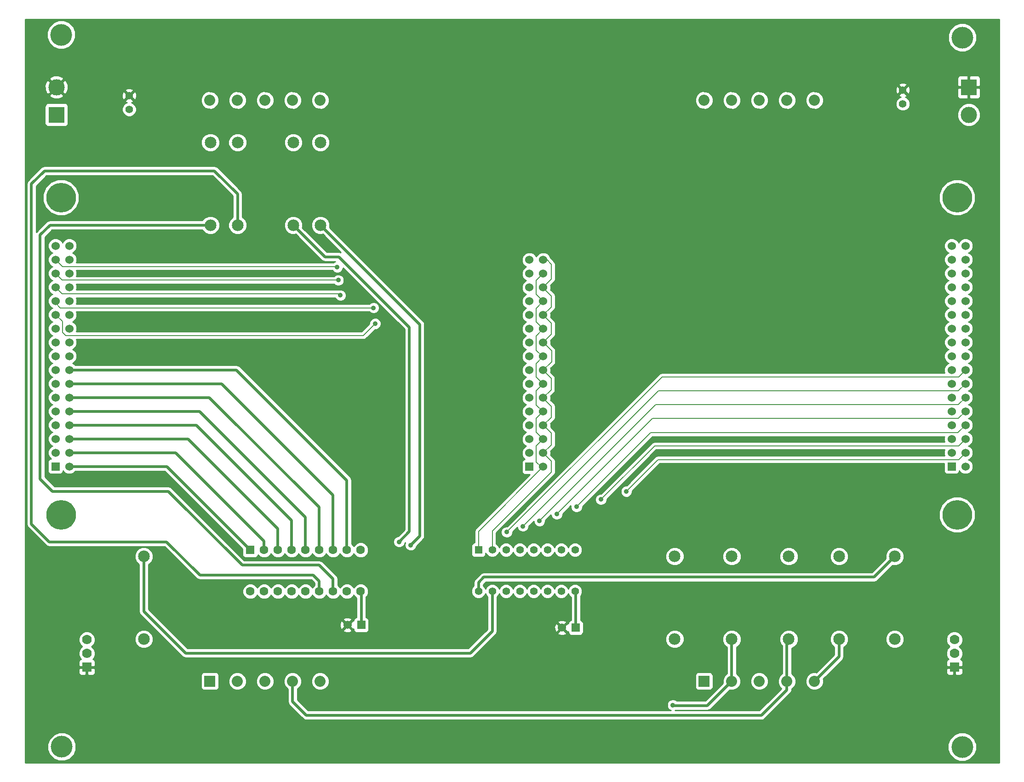
<source format=gtl>
G04 (created by PCBNEW (2013-07-07 BZR 4022)-stable) date 12/17/2014 10:58:18 AM*
%MOIN*%
G04 Gerber Fmt 3.4, Leading zero omitted, Abs format*
%FSLAX34Y34*%
G01*
G70*
G90*
G04 APERTURE LIST*
%ADD10C,0.00590551*%
%ADD11R,0.08X0.08*%
%ADD12C,0.08*%
%ADD13R,0.0629921X0.0629921*%
%ADD14C,0.0629921*%
%ADD15R,0.055X0.055*%
%ADD16C,0.055*%
%ADD17C,0.07*%
%ADD18R,0.07X0.07*%
%ADD19C,0.0843701*%
%ADD20R,0.06X0.06*%
%ADD21C,0.06*%
%ADD22R,0.1181X0.1181*%
%ADD23C,0.1181*%
%ADD24C,0.215*%
%ADD25C,0.15748*%
%ADD26C,0.035*%
%ADD27C,0.019685*%
%ADD28C,0.008*%
%ADD29C,0.02*%
%ADD30C,0.01*%
G04 APERTURE END LIST*
G54D10*
G54D11*
X40212Y-81444D03*
G54D12*
X42212Y-81444D03*
X44212Y-81444D03*
X46212Y-81444D03*
X46212Y-39318D03*
X44212Y-39318D03*
X42212Y-39318D03*
X40212Y-39318D03*
X48212Y-81444D03*
X48212Y-39318D03*
G54D13*
X43145Y-71925D03*
G54D14*
X44145Y-71925D03*
X45145Y-71925D03*
X46145Y-71925D03*
X47145Y-71925D03*
X48145Y-71925D03*
X49145Y-71925D03*
X50145Y-71925D03*
X51145Y-71925D03*
X51145Y-74925D03*
X50145Y-74925D03*
X49145Y-74925D03*
X48145Y-74925D03*
X47145Y-74925D03*
X46145Y-74925D03*
X45145Y-74925D03*
X44145Y-74925D03*
X43145Y-74925D03*
G54D15*
X59688Y-71925D03*
G54D16*
X60688Y-71925D03*
X61688Y-71925D03*
X62688Y-71925D03*
X63688Y-71925D03*
X64688Y-71925D03*
X65688Y-71925D03*
X66688Y-71925D03*
X66688Y-74925D03*
X65688Y-74925D03*
X64688Y-74925D03*
X63688Y-74925D03*
X62688Y-74925D03*
X61688Y-74925D03*
X60688Y-74925D03*
X59688Y-74925D03*
G54D17*
X31299Y-78429D03*
X31299Y-79429D03*
G54D18*
X31299Y-80429D03*
G54D17*
X94192Y-78429D03*
X94192Y-79429D03*
G54D18*
X94192Y-80429D03*
G54D16*
X90452Y-38574D03*
X90452Y-39574D03*
X34370Y-39980D03*
X34370Y-38980D03*
G54D11*
X76039Y-81444D03*
G54D12*
X78039Y-81444D03*
X80039Y-81444D03*
X82039Y-81444D03*
X82039Y-39318D03*
X80039Y-39318D03*
X78039Y-39318D03*
X76039Y-39318D03*
X84039Y-81444D03*
X84039Y-39318D03*
G54D19*
X35433Y-78393D03*
X35433Y-72393D03*
G54D20*
X66740Y-77559D03*
G54D21*
X65740Y-77559D03*
G54D19*
X40255Y-48374D03*
X40255Y-42374D03*
X89862Y-78393D03*
X89862Y-72393D03*
X85826Y-72393D03*
X85826Y-78393D03*
X42224Y-48374D03*
X42224Y-42374D03*
X73917Y-72393D03*
X73917Y-78393D03*
X78051Y-72393D03*
X78051Y-78393D03*
X82185Y-72393D03*
X82185Y-78393D03*
X48228Y-48374D03*
X48228Y-42374D03*
X46259Y-48374D03*
X46259Y-42374D03*
G54D20*
X51188Y-77362D03*
G54D21*
X50188Y-77362D03*
G54D22*
X95236Y-38370D03*
G54D23*
X95236Y-40370D03*
G54D22*
X29094Y-40370D03*
G54D23*
X29094Y-38370D03*
G54D20*
X29027Y-65874D03*
G54D21*
X30027Y-65874D03*
X29027Y-64874D03*
X30027Y-64874D03*
X29027Y-63874D03*
X30027Y-63874D03*
X29027Y-62874D03*
X30027Y-62874D03*
X29027Y-61874D03*
X30027Y-61874D03*
X29027Y-60874D03*
X30027Y-60874D03*
X29027Y-59874D03*
X30027Y-59874D03*
X29027Y-58874D03*
X30027Y-58874D03*
X29027Y-57874D03*
X30027Y-57874D03*
X29027Y-56874D03*
X30027Y-56874D03*
G54D24*
X29427Y-69374D03*
G54D21*
X29027Y-55874D03*
X30027Y-55874D03*
X29027Y-54874D03*
X30027Y-54874D03*
X29027Y-53874D03*
X30027Y-53874D03*
X29027Y-52874D03*
X30027Y-52874D03*
X29027Y-51874D03*
X30027Y-51874D03*
X29027Y-50874D03*
X30027Y-50874D03*
X29027Y-49874D03*
X30027Y-49874D03*
G54D24*
X29427Y-46374D03*
G54D20*
X93988Y-65874D03*
G54D21*
X94988Y-65874D03*
X93988Y-64874D03*
X94988Y-64874D03*
X93988Y-63874D03*
X94988Y-63874D03*
X93988Y-62874D03*
X94988Y-62874D03*
X93988Y-61874D03*
X94988Y-61874D03*
X93988Y-60874D03*
X94988Y-60874D03*
X93988Y-59874D03*
X94988Y-59874D03*
X93988Y-58874D03*
X94988Y-58874D03*
X93988Y-57874D03*
X94988Y-57874D03*
X93988Y-56874D03*
X94988Y-56874D03*
G54D24*
X94388Y-69374D03*
G54D21*
X93988Y-55874D03*
X94988Y-55874D03*
X93988Y-54874D03*
X94988Y-54874D03*
X93988Y-53874D03*
X94988Y-53874D03*
X93988Y-52874D03*
X94988Y-52874D03*
X93988Y-51874D03*
X94988Y-51874D03*
X93988Y-50874D03*
X94988Y-50874D03*
X93988Y-49874D03*
X94988Y-49874D03*
G54D24*
X94388Y-46374D03*
G54D20*
X63377Y-65897D03*
G54D21*
X64377Y-65897D03*
X63377Y-60897D03*
X64377Y-64897D03*
X63377Y-59897D03*
X64377Y-63897D03*
X63377Y-58897D03*
X64377Y-62897D03*
X63377Y-57897D03*
X64377Y-61897D03*
X63377Y-56897D03*
X64377Y-60897D03*
X63377Y-55897D03*
X64377Y-59897D03*
X63377Y-54897D03*
X64377Y-58897D03*
X63377Y-53897D03*
X64377Y-57897D03*
X63377Y-52897D03*
X64377Y-56897D03*
X63377Y-51897D03*
X64377Y-55897D03*
X63377Y-50897D03*
X64377Y-54897D03*
X64377Y-53897D03*
X64377Y-52897D03*
X64377Y-50897D03*
X63377Y-64897D03*
X63377Y-63897D03*
X63377Y-62897D03*
X63377Y-61897D03*
X64377Y-51897D03*
G54D25*
X29440Y-34570D03*
X29480Y-86196D03*
X94755Y-86204D03*
X94763Y-34771D03*
G54D26*
X70413Y-67677D03*
X68562Y-68267D03*
X66801Y-68799D03*
X52204Y-55511D03*
X52086Y-54370D03*
X49685Y-53464D03*
X49527Y-52362D03*
X49448Y-51417D03*
X65364Y-69330D03*
X64114Y-69812D03*
X62913Y-70206D03*
X61742Y-70629D03*
X73779Y-83169D03*
X53937Y-71338D03*
X54763Y-71574D03*
G54D27*
X30027Y-65874D02*
X37094Y-65874D01*
X37094Y-65874D02*
X43145Y-71925D01*
G54D28*
X94488Y-65374D02*
X94988Y-64874D01*
X72716Y-65374D02*
X94488Y-65374D01*
X70413Y-67677D02*
X72716Y-65374D01*
G54D27*
X30027Y-64874D02*
X37748Y-64874D01*
X44145Y-71271D02*
X44145Y-71925D01*
X37748Y-64874D02*
X44145Y-71271D01*
G54D28*
X94492Y-64370D02*
X94988Y-63874D01*
X72460Y-64370D02*
X94492Y-64370D01*
X68562Y-68267D02*
X72460Y-64370D01*
G54D27*
X30027Y-63874D02*
X38637Y-63874D01*
X45145Y-70381D02*
X45145Y-71925D01*
X38637Y-63874D02*
X45145Y-70381D01*
G54D28*
X94446Y-63415D02*
X94988Y-62874D01*
X72185Y-63415D02*
X94446Y-63415D01*
X66801Y-68799D02*
X72185Y-63415D01*
G54D27*
X30027Y-62874D02*
X39232Y-62874D01*
X46145Y-69787D02*
X46145Y-71925D01*
X39232Y-62874D02*
X46145Y-69787D01*
G54D28*
X29027Y-54874D02*
X29047Y-54874D01*
X51338Y-56377D02*
X52204Y-55511D01*
X29763Y-56377D02*
X51338Y-56377D01*
X29527Y-56141D02*
X29763Y-56377D01*
X29527Y-55354D02*
X29527Y-56141D01*
X29047Y-54874D02*
X29527Y-55354D01*
X29027Y-53874D02*
X29027Y-54027D01*
X29027Y-54027D02*
X29370Y-54370D01*
X29370Y-54370D02*
X52086Y-54370D01*
X29500Y-53346D02*
X29027Y-52874D01*
X49566Y-53346D02*
X29500Y-53346D01*
X49685Y-53464D02*
X49566Y-53346D01*
X29027Y-51874D02*
X29027Y-51901D01*
X29488Y-52362D02*
X49527Y-52362D01*
X29027Y-51901D02*
X29488Y-52362D01*
X29531Y-51377D02*
X29027Y-50874D01*
X49409Y-51377D02*
X29531Y-51377D01*
X49448Y-51417D02*
X49409Y-51377D01*
X59688Y-71925D02*
X59688Y-70586D01*
X59688Y-70586D02*
X64377Y-65897D01*
X64377Y-53897D02*
X64377Y-53895D01*
X63877Y-52397D02*
X64377Y-51897D01*
X63877Y-53395D02*
X63877Y-52397D01*
X64377Y-53895D02*
X63877Y-53395D01*
X64377Y-55897D02*
X64377Y-55893D01*
X63868Y-54407D02*
X64377Y-53897D01*
X63868Y-55383D02*
X63868Y-54407D01*
X64377Y-55893D02*
X63868Y-55383D01*
X64377Y-57897D02*
X64324Y-57897D01*
X63868Y-56407D02*
X64377Y-55897D01*
X63868Y-57440D02*
X63868Y-56407D01*
X64324Y-57897D02*
X63868Y-57440D01*
X64377Y-59897D02*
X64356Y-59897D01*
X63858Y-58417D02*
X64377Y-57897D01*
X63858Y-59399D02*
X63858Y-58417D01*
X64356Y-59897D02*
X63858Y-59399D01*
X64377Y-61897D02*
X64358Y-61897D01*
X63877Y-60397D02*
X64377Y-59897D01*
X63877Y-61417D02*
X63877Y-60397D01*
X64358Y-61897D02*
X63877Y-61417D01*
X64377Y-63897D02*
X64377Y-63895D01*
X63877Y-62397D02*
X64377Y-61897D01*
X63877Y-63395D02*
X63877Y-62397D01*
X64377Y-63895D02*
X63877Y-63395D01*
X64377Y-65897D02*
X64234Y-65897D01*
X63877Y-64397D02*
X64377Y-63897D01*
X63877Y-65541D02*
X63877Y-64397D01*
X64234Y-65897D02*
X63877Y-65541D01*
X64970Y-65490D02*
X64377Y-64897D01*
X64970Y-66279D02*
X64970Y-65490D01*
X60688Y-70561D02*
X64970Y-66279D01*
X60688Y-71925D02*
X60688Y-70561D01*
X64377Y-62897D02*
X64403Y-62897D01*
X64970Y-64305D02*
X64377Y-64897D01*
X64970Y-63464D02*
X64970Y-64305D01*
X64403Y-62897D02*
X64970Y-63464D01*
X64377Y-60897D02*
X64377Y-60913D01*
X64970Y-62305D02*
X64377Y-62897D01*
X64970Y-61505D02*
X64970Y-62305D01*
X64377Y-60913D02*
X64970Y-61505D01*
X64377Y-58897D02*
X64379Y-58897D01*
X64960Y-60314D02*
X64377Y-60897D01*
X64960Y-59478D02*
X64960Y-60314D01*
X64379Y-58897D02*
X64960Y-59478D01*
X64377Y-56897D02*
X64397Y-56897D01*
X64990Y-58285D02*
X64377Y-58897D01*
X64990Y-57490D02*
X64990Y-58285D01*
X64397Y-56897D02*
X64990Y-57490D01*
X64377Y-54897D02*
X64377Y-54899D01*
X64980Y-56295D02*
X64377Y-56897D01*
X64980Y-55501D02*
X64980Y-56295D01*
X64377Y-54899D02*
X64980Y-55501D01*
X64377Y-52897D02*
X64377Y-52911D01*
X64970Y-54305D02*
X64377Y-54897D01*
X64970Y-53503D02*
X64970Y-54305D01*
X64377Y-52911D02*
X64970Y-53503D01*
X64377Y-50897D02*
X64667Y-50897D01*
X64980Y-52295D02*
X64377Y-52897D01*
X64980Y-51210D02*
X64980Y-52295D01*
X64667Y-50897D02*
X64980Y-51210D01*
X94480Y-62381D02*
X94988Y-61874D01*
X72312Y-62381D02*
X94480Y-62381D01*
X65364Y-69330D02*
X72312Y-62381D01*
G54D27*
X30027Y-61874D02*
X39472Y-61874D01*
X47145Y-69547D02*
X47145Y-71925D01*
X39472Y-61874D02*
X47145Y-69547D01*
G54D28*
X94464Y-61397D02*
X94988Y-60874D01*
X72529Y-61397D02*
X94464Y-61397D01*
X64114Y-69812D02*
X72529Y-61397D01*
G54D27*
X48145Y-71925D02*
X48145Y-68834D01*
X40185Y-60874D02*
X30027Y-60874D01*
X48145Y-68834D02*
X40185Y-60874D01*
G54D28*
X94468Y-60393D02*
X94988Y-59874D01*
X72726Y-60393D02*
X94468Y-60393D01*
X62913Y-70206D02*
X72726Y-60393D01*
G54D27*
X30027Y-59874D02*
X41074Y-59874D01*
X49145Y-67944D02*
X49145Y-71925D01*
X41074Y-59874D02*
X49145Y-67944D01*
G54D28*
X94492Y-59370D02*
X94988Y-58874D01*
X73001Y-59370D02*
X94492Y-59370D01*
X61742Y-70629D02*
X73001Y-59370D01*
G54D27*
X30027Y-58874D02*
X42141Y-58874D01*
X50145Y-66877D02*
X50145Y-71925D01*
X42141Y-58874D02*
X50145Y-66877D01*
G54D29*
X82039Y-81444D02*
X82039Y-78539D01*
X82039Y-78539D02*
X82185Y-78393D01*
X46212Y-81444D02*
X46212Y-82925D01*
X82039Y-82074D02*
X82039Y-81444D01*
X80196Y-83917D02*
X82039Y-82074D01*
X47204Y-83917D02*
X80196Y-83917D01*
X46212Y-82925D02*
X47204Y-83917D01*
X78039Y-81444D02*
X78039Y-78405D01*
X78039Y-78405D02*
X78051Y-78393D01*
X76275Y-83208D02*
X78039Y-81444D01*
X73818Y-83208D02*
X76275Y-83208D01*
X73779Y-83169D02*
X73818Y-83208D01*
X85826Y-78393D02*
X85826Y-79657D01*
X85826Y-79657D02*
X84039Y-81444D01*
X66740Y-77559D02*
X66740Y-74976D01*
X66740Y-74976D02*
X66688Y-74925D01*
X59688Y-74925D02*
X59688Y-74291D01*
X88358Y-73897D02*
X89862Y-72393D01*
X60082Y-73897D02*
X88358Y-73897D01*
X59688Y-74291D02*
X60082Y-73897D01*
X35433Y-72393D02*
X35433Y-76377D01*
X60688Y-77814D02*
X60688Y-74925D01*
X59094Y-79409D02*
X60688Y-77814D01*
X38464Y-79409D02*
X59094Y-79409D01*
X35433Y-76377D02*
X38464Y-79409D01*
X48145Y-74925D02*
X48145Y-74169D01*
X42224Y-46122D02*
X42224Y-48374D01*
X40551Y-44448D02*
X42224Y-46122D01*
X28228Y-44448D02*
X40551Y-44448D01*
X27283Y-45393D02*
X28228Y-44448D01*
X27283Y-70039D02*
X27283Y-45393D01*
X28582Y-71338D02*
X27283Y-70039D01*
X37086Y-71338D02*
X28582Y-71338D01*
X39488Y-73740D02*
X37086Y-71338D01*
X47716Y-73740D02*
X39488Y-73740D01*
X48145Y-74169D02*
X47716Y-73740D01*
X40255Y-48374D02*
X28633Y-48374D01*
X49145Y-74027D02*
X49145Y-74925D01*
X48149Y-73031D02*
X49145Y-74027D01*
X42559Y-73031D02*
X48149Y-73031D01*
X37204Y-67677D02*
X42559Y-73031D01*
X28818Y-67677D02*
X37204Y-67677D01*
X27913Y-66771D02*
X28818Y-67677D01*
X27913Y-49094D02*
X27913Y-66771D01*
X28633Y-48374D02*
X27913Y-49094D01*
X48555Y-50669D02*
X46259Y-48374D01*
X49566Y-50669D02*
X48555Y-50669D01*
X54685Y-55787D02*
X49566Y-50669D01*
X54685Y-70590D02*
X54685Y-55787D01*
X53937Y-71338D02*
X54685Y-70590D01*
X55433Y-55578D02*
X48228Y-48374D01*
X55433Y-70905D02*
X55433Y-55578D01*
X54763Y-71574D02*
X55433Y-70905D01*
X51188Y-77362D02*
X51188Y-74968D01*
X51188Y-74968D02*
X51145Y-74925D01*
G54D10*
G36*
X97423Y-87351D02*
X96076Y-87351D01*
X96076Y-40203D01*
X96076Y-40203D01*
X96076Y-39010D01*
X96076Y-37730D01*
X96038Y-37638D01*
X95968Y-37567D01*
X95876Y-37529D01*
X95801Y-37529D01*
X95801Y-34566D01*
X95643Y-34184D01*
X95352Y-33892D01*
X94971Y-33734D01*
X94558Y-33734D01*
X94176Y-33891D01*
X93884Y-34183D01*
X93726Y-34564D01*
X93726Y-34977D01*
X93883Y-35358D01*
X94175Y-35650D01*
X94556Y-35808D01*
X94969Y-35809D01*
X95350Y-35651D01*
X95642Y-35360D01*
X95801Y-34978D01*
X95801Y-34566D01*
X95801Y-37529D01*
X95777Y-37529D01*
X95348Y-37529D01*
X95286Y-37592D01*
X95286Y-38320D01*
X96014Y-38320D01*
X96076Y-38257D01*
X96076Y-37730D01*
X96076Y-39010D01*
X96076Y-38482D01*
X96014Y-38420D01*
X95286Y-38420D01*
X95286Y-39148D01*
X95348Y-39210D01*
X95777Y-39210D01*
X95876Y-39210D01*
X95968Y-39172D01*
X96038Y-39102D01*
X96076Y-39010D01*
X96076Y-40203D01*
X95949Y-39894D01*
X95712Y-39657D01*
X95404Y-39529D01*
X95186Y-39529D01*
X95186Y-39148D01*
X95186Y-38420D01*
X95186Y-38320D01*
X95186Y-37592D01*
X95123Y-37529D01*
X94695Y-37529D01*
X94595Y-37529D01*
X94503Y-37567D01*
X94433Y-37638D01*
X94395Y-37730D01*
X94395Y-38257D01*
X94458Y-38320D01*
X95186Y-38320D01*
X95186Y-38420D01*
X94458Y-38420D01*
X94395Y-38482D01*
X94395Y-39010D01*
X94433Y-39102D01*
X94503Y-39172D01*
X94595Y-39210D01*
X94695Y-39210D01*
X95123Y-39210D01*
X95186Y-39148D01*
X95186Y-39529D01*
X95069Y-39529D01*
X94760Y-39657D01*
X94524Y-39893D01*
X94395Y-40202D01*
X94395Y-40536D01*
X94523Y-40845D01*
X94759Y-41082D01*
X95068Y-41210D01*
X95402Y-41210D01*
X95711Y-41083D01*
X95948Y-40846D01*
X96076Y-40537D01*
X96076Y-40203D01*
X96076Y-87351D01*
X95793Y-87351D01*
X95793Y-85999D01*
X95713Y-85805D01*
X95713Y-69111D01*
X95713Y-46111D01*
X95512Y-45624D01*
X95139Y-45251D01*
X94652Y-45049D01*
X94125Y-45048D01*
X93638Y-45250D01*
X93265Y-45622D01*
X93063Y-46109D01*
X93062Y-46636D01*
X93264Y-47123D01*
X93636Y-47496D01*
X94123Y-47698D01*
X94650Y-47699D01*
X95137Y-47497D01*
X95510Y-47125D01*
X95712Y-46638D01*
X95713Y-46111D01*
X95713Y-69111D01*
X95538Y-68687D01*
X95538Y-65765D01*
X95454Y-65562D01*
X95300Y-65408D01*
X95218Y-65374D01*
X95299Y-65340D01*
X95454Y-65185D01*
X95538Y-64983D01*
X95538Y-64765D01*
X95454Y-64562D01*
X95300Y-64408D01*
X95218Y-64374D01*
X95299Y-64340D01*
X95454Y-64185D01*
X95538Y-63983D01*
X95538Y-63765D01*
X95454Y-63562D01*
X95300Y-63408D01*
X95218Y-63374D01*
X95299Y-63340D01*
X95454Y-63185D01*
X95538Y-62983D01*
X95538Y-62765D01*
X95454Y-62562D01*
X95300Y-62408D01*
X95218Y-62374D01*
X95299Y-62340D01*
X95454Y-62185D01*
X95538Y-61983D01*
X95538Y-61765D01*
X95454Y-61562D01*
X95300Y-61408D01*
X95218Y-61374D01*
X95299Y-61340D01*
X95454Y-61185D01*
X95538Y-60983D01*
X95538Y-60765D01*
X95454Y-60562D01*
X95300Y-60408D01*
X95218Y-60374D01*
X95299Y-60340D01*
X95454Y-60185D01*
X95538Y-59983D01*
X95538Y-59765D01*
X95454Y-59562D01*
X95300Y-59408D01*
X95218Y-59374D01*
X95299Y-59340D01*
X95454Y-59185D01*
X95538Y-58983D01*
X95538Y-58765D01*
X95454Y-58562D01*
X95300Y-58408D01*
X95218Y-58374D01*
X95299Y-58340D01*
X95454Y-58185D01*
X95538Y-57983D01*
X95538Y-57765D01*
X95454Y-57562D01*
X95300Y-57408D01*
X95218Y-57374D01*
X95299Y-57340D01*
X95454Y-57185D01*
X95538Y-56983D01*
X95538Y-56765D01*
X95454Y-56562D01*
X95300Y-56408D01*
X95218Y-56374D01*
X95299Y-56340D01*
X95454Y-56185D01*
X95538Y-55983D01*
X95538Y-55765D01*
X95454Y-55562D01*
X95300Y-55408D01*
X95218Y-55374D01*
X95299Y-55340D01*
X95454Y-55185D01*
X95538Y-54983D01*
X95538Y-54765D01*
X95454Y-54562D01*
X95300Y-54408D01*
X95218Y-54374D01*
X95299Y-54340D01*
X95454Y-54185D01*
X95538Y-53983D01*
X95538Y-53765D01*
X95454Y-53562D01*
X95300Y-53408D01*
X95218Y-53374D01*
X95299Y-53340D01*
X95454Y-53185D01*
X95538Y-52983D01*
X95538Y-52765D01*
X95454Y-52562D01*
X95300Y-52408D01*
X95218Y-52374D01*
X95299Y-52340D01*
X95454Y-52185D01*
X95538Y-51983D01*
X95538Y-51765D01*
X95454Y-51562D01*
X95300Y-51408D01*
X95218Y-51374D01*
X95299Y-51340D01*
X95454Y-51185D01*
X95538Y-50983D01*
X95538Y-50765D01*
X95454Y-50562D01*
X95300Y-50408D01*
X95218Y-50374D01*
X95299Y-50340D01*
X95454Y-50185D01*
X95538Y-49983D01*
X95538Y-49765D01*
X95454Y-49562D01*
X95300Y-49408D01*
X95098Y-49324D01*
X94879Y-49323D01*
X94677Y-49407D01*
X94522Y-49562D01*
X94488Y-49643D01*
X94454Y-49562D01*
X94300Y-49408D01*
X94098Y-49324D01*
X93879Y-49323D01*
X93677Y-49407D01*
X93522Y-49562D01*
X93438Y-49764D01*
X93438Y-49982D01*
X93521Y-50185D01*
X93676Y-50340D01*
X93758Y-50373D01*
X93677Y-50407D01*
X93522Y-50562D01*
X93438Y-50764D01*
X93438Y-50982D01*
X93521Y-51185D01*
X93676Y-51340D01*
X93758Y-51373D01*
X93677Y-51407D01*
X93522Y-51562D01*
X93438Y-51764D01*
X93438Y-51982D01*
X93521Y-52185D01*
X93676Y-52340D01*
X93758Y-52373D01*
X93677Y-52407D01*
X93522Y-52562D01*
X93438Y-52764D01*
X93438Y-52982D01*
X93521Y-53185D01*
X93676Y-53340D01*
X93758Y-53373D01*
X93677Y-53407D01*
X93522Y-53562D01*
X93438Y-53764D01*
X93438Y-53982D01*
X93521Y-54185D01*
X93676Y-54340D01*
X93758Y-54373D01*
X93677Y-54407D01*
X93522Y-54562D01*
X93438Y-54764D01*
X93438Y-54982D01*
X93521Y-55185D01*
X93676Y-55340D01*
X93758Y-55373D01*
X93677Y-55407D01*
X93522Y-55562D01*
X93438Y-55764D01*
X93438Y-55982D01*
X93521Y-56185D01*
X93676Y-56340D01*
X93758Y-56373D01*
X93677Y-56407D01*
X93522Y-56562D01*
X93438Y-56764D01*
X93438Y-56982D01*
X93521Y-57185D01*
X93676Y-57340D01*
X93758Y-57373D01*
X93677Y-57407D01*
X93522Y-57562D01*
X93438Y-57764D01*
X93438Y-57982D01*
X93521Y-58185D01*
X93676Y-58340D01*
X93758Y-58373D01*
X93677Y-58407D01*
X93522Y-58562D01*
X93438Y-58764D01*
X93438Y-58982D01*
X93478Y-59080D01*
X90982Y-59080D01*
X90982Y-38650D01*
X90971Y-38442D01*
X90913Y-38301D01*
X90820Y-38277D01*
X90749Y-38348D01*
X90749Y-38207D01*
X90725Y-38114D01*
X90528Y-38044D01*
X90320Y-38056D01*
X90179Y-38114D01*
X90155Y-38207D01*
X90452Y-38504D01*
X90749Y-38207D01*
X90749Y-38348D01*
X90523Y-38574D01*
X90820Y-38871D01*
X90913Y-38847D01*
X90982Y-38650D01*
X90982Y-59080D01*
X90977Y-59080D01*
X90977Y-39470D01*
X90898Y-39277D01*
X90750Y-39129D01*
X90623Y-39077D01*
X90725Y-39035D01*
X90749Y-38942D01*
X90452Y-38645D01*
X90382Y-38716D01*
X90382Y-38574D01*
X90084Y-38277D01*
X89992Y-38301D01*
X89922Y-38499D01*
X89934Y-38707D01*
X89992Y-38847D01*
X90084Y-38871D01*
X90382Y-38574D01*
X90382Y-38716D01*
X90155Y-38942D01*
X90179Y-39035D01*
X90289Y-39074D01*
X90155Y-39129D01*
X90007Y-39277D01*
X89927Y-39469D01*
X89927Y-39678D01*
X90007Y-39871D01*
X90154Y-40019D01*
X90347Y-40099D01*
X90556Y-40099D01*
X90749Y-40020D01*
X90897Y-39872D01*
X90977Y-39679D01*
X90977Y-39470D01*
X90977Y-59080D01*
X84689Y-59080D01*
X84689Y-39190D01*
X84590Y-38951D01*
X84408Y-38768D01*
X84169Y-38669D01*
X83910Y-38668D01*
X83671Y-38767D01*
X83488Y-38950D01*
X83389Y-39189D01*
X83389Y-39447D01*
X83488Y-39686D01*
X83670Y-39869D01*
X83909Y-39968D01*
X84168Y-39969D01*
X84407Y-39870D01*
X84590Y-39687D01*
X84689Y-39448D01*
X84689Y-39190D01*
X84689Y-59080D01*
X82689Y-59080D01*
X82689Y-39190D01*
X82590Y-38951D01*
X82408Y-38768D01*
X82169Y-38669D01*
X81910Y-38668D01*
X81671Y-38767D01*
X81488Y-38950D01*
X81389Y-39189D01*
X81389Y-39447D01*
X81488Y-39686D01*
X81670Y-39869D01*
X81909Y-39968D01*
X82168Y-39969D01*
X82407Y-39870D01*
X82590Y-39687D01*
X82689Y-39448D01*
X82689Y-39190D01*
X82689Y-59080D01*
X80689Y-59080D01*
X80689Y-39190D01*
X80590Y-38951D01*
X80408Y-38768D01*
X80169Y-38669D01*
X79910Y-38668D01*
X79671Y-38767D01*
X79488Y-38950D01*
X79389Y-39189D01*
X79389Y-39447D01*
X79488Y-39686D01*
X79670Y-39869D01*
X79909Y-39968D01*
X80168Y-39969D01*
X80407Y-39870D01*
X80590Y-39687D01*
X80689Y-39448D01*
X80689Y-39190D01*
X80689Y-59080D01*
X78689Y-59080D01*
X78689Y-39190D01*
X78590Y-38951D01*
X78408Y-38768D01*
X78169Y-38669D01*
X77910Y-38668D01*
X77671Y-38767D01*
X77488Y-38950D01*
X77389Y-39189D01*
X77389Y-39447D01*
X77488Y-39686D01*
X77670Y-39869D01*
X77909Y-39968D01*
X78168Y-39969D01*
X78407Y-39870D01*
X78590Y-39687D01*
X78689Y-39448D01*
X78689Y-39190D01*
X78689Y-59080D01*
X76689Y-59080D01*
X76689Y-39190D01*
X76590Y-38951D01*
X76408Y-38768D01*
X76169Y-38669D01*
X75910Y-38668D01*
X75671Y-38767D01*
X75488Y-38950D01*
X75389Y-39189D01*
X75389Y-39447D01*
X75488Y-39686D01*
X75670Y-39869D01*
X75909Y-39968D01*
X76168Y-39969D01*
X76407Y-39870D01*
X76590Y-39687D01*
X76689Y-39448D01*
X76689Y-39190D01*
X76689Y-59080D01*
X73001Y-59080D01*
X73001Y-59080D01*
X72890Y-59102D01*
X72796Y-59165D01*
X72796Y-59165D01*
X61756Y-70204D01*
X61657Y-70204D01*
X61501Y-70269D01*
X61382Y-70388D01*
X61317Y-70545D01*
X61317Y-70714D01*
X61381Y-70870D01*
X61501Y-70990D01*
X61657Y-71054D01*
X61826Y-71054D01*
X61982Y-70990D01*
X62102Y-70870D01*
X62167Y-70714D01*
X62167Y-70615D01*
X62489Y-70292D01*
X62552Y-70447D01*
X62672Y-70566D01*
X62828Y-70631D01*
X62997Y-70631D01*
X63153Y-70567D01*
X63273Y-70447D01*
X63338Y-70291D01*
X63338Y-70191D01*
X63689Y-69841D01*
X63689Y-69897D01*
X63753Y-70053D01*
X63873Y-70173D01*
X64029Y-70237D01*
X64198Y-70238D01*
X64354Y-70173D01*
X64474Y-70054D01*
X64539Y-69897D01*
X64539Y-69798D01*
X64939Y-69398D01*
X64939Y-69414D01*
X65003Y-69571D01*
X65123Y-69690D01*
X65279Y-69755D01*
X65448Y-69755D01*
X65604Y-69691D01*
X65724Y-69571D01*
X65789Y-69415D01*
X65789Y-69315D01*
X66376Y-68728D01*
X66376Y-68883D01*
X66440Y-69039D01*
X66560Y-69159D01*
X66716Y-69224D01*
X66885Y-69224D01*
X67041Y-69159D01*
X67161Y-69040D01*
X67226Y-68884D01*
X67226Y-68784D01*
X72305Y-63705D01*
X93462Y-63705D01*
X93438Y-63764D01*
X93438Y-63982D01*
X93478Y-64080D01*
X72460Y-64080D01*
X72349Y-64102D01*
X72255Y-64165D01*
X68577Y-67842D01*
X68478Y-67842D01*
X68322Y-67907D01*
X68202Y-68026D01*
X68138Y-68182D01*
X68137Y-68351D01*
X68202Y-68508D01*
X68321Y-68627D01*
X68478Y-68692D01*
X68647Y-68692D01*
X68803Y-68628D01*
X68923Y-68508D01*
X68987Y-68352D01*
X68988Y-68252D01*
X72580Y-64660D01*
X93481Y-64660D01*
X93438Y-64764D01*
X93438Y-64982D01*
X93479Y-65084D01*
X72716Y-65084D01*
X72605Y-65106D01*
X72511Y-65168D01*
X70428Y-67252D01*
X70329Y-67252D01*
X70172Y-67316D01*
X70053Y-67436D01*
X69988Y-67592D01*
X69988Y-67761D01*
X70052Y-67917D01*
X70172Y-68037D01*
X70328Y-68102D01*
X70497Y-68102D01*
X70653Y-68037D01*
X70773Y-67918D01*
X70838Y-67762D01*
X70838Y-67662D01*
X72836Y-65664D01*
X93438Y-65664D01*
X93438Y-66223D01*
X93476Y-66315D01*
X93546Y-66385D01*
X93638Y-66423D01*
X93737Y-66424D01*
X94337Y-66424D01*
X94429Y-66386D01*
X94500Y-66315D01*
X94538Y-66223D01*
X94538Y-66201D01*
X94676Y-66340D01*
X94878Y-66423D01*
X95097Y-66424D01*
X95299Y-66340D01*
X95454Y-66185D01*
X95538Y-65983D01*
X95538Y-65765D01*
X95538Y-68687D01*
X95512Y-68624D01*
X95139Y-68251D01*
X94652Y-68049D01*
X94125Y-68048D01*
X93638Y-68250D01*
X93265Y-68622D01*
X93063Y-69109D01*
X93062Y-69636D01*
X93264Y-70123D01*
X93636Y-70496D01*
X94123Y-70698D01*
X94650Y-70699D01*
X95137Y-70497D01*
X95510Y-70125D01*
X95712Y-69638D01*
X95713Y-69111D01*
X95713Y-85805D01*
X95635Y-85617D01*
X95344Y-85325D01*
X94963Y-85167D01*
X94793Y-85167D01*
X94793Y-79310D01*
X94701Y-79089D01*
X94541Y-78929D01*
X94701Y-78769D01*
X94792Y-78549D01*
X94793Y-78310D01*
X94701Y-78089D01*
X94533Y-77920D01*
X94312Y-77829D01*
X94074Y-77829D01*
X93853Y-77920D01*
X93684Y-78088D01*
X93593Y-78309D01*
X93592Y-78547D01*
X93683Y-78768D01*
X93844Y-78929D01*
X93684Y-79088D01*
X93593Y-79309D01*
X93592Y-79547D01*
X93683Y-79768D01*
X93758Y-79843D01*
X93701Y-79867D01*
X93631Y-79937D01*
X93592Y-80029D01*
X93592Y-80128D01*
X93592Y-80316D01*
X93655Y-80379D01*
X94142Y-80379D01*
X94142Y-80371D01*
X94242Y-80371D01*
X94242Y-80379D01*
X94730Y-80379D01*
X94792Y-80316D01*
X94792Y-80128D01*
X94792Y-80029D01*
X94754Y-79937D01*
X94684Y-79867D01*
X94627Y-79843D01*
X94701Y-79769D01*
X94792Y-79549D01*
X94793Y-79310D01*
X94793Y-85167D01*
X94792Y-85167D01*
X94792Y-80729D01*
X94792Y-80541D01*
X94730Y-80479D01*
X94242Y-80479D01*
X94242Y-80966D01*
X94305Y-81029D01*
X94592Y-81029D01*
X94684Y-80991D01*
X94754Y-80920D01*
X94792Y-80829D01*
X94792Y-80729D01*
X94792Y-85167D01*
X94550Y-85167D01*
X94169Y-85324D01*
X94142Y-85350D01*
X94142Y-80966D01*
X94142Y-80479D01*
X93655Y-80479D01*
X93592Y-80541D01*
X93592Y-80729D01*
X93592Y-80829D01*
X93631Y-80920D01*
X93701Y-80991D01*
X93793Y-81029D01*
X94080Y-81029D01*
X94142Y-80966D01*
X94142Y-85350D01*
X93876Y-85616D01*
X93718Y-85997D01*
X93718Y-86410D01*
X93875Y-86791D01*
X94167Y-87083D01*
X94548Y-87241D01*
X94961Y-87242D01*
X95342Y-87084D01*
X95634Y-86793D01*
X95793Y-86411D01*
X95793Y-85999D01*
X95793Y-87351D01*
X90534Y-87351D01*
X90534Y-78260D01*
X90534Y-72260D01*
X90432Y-72013D01*
X90243Y-71824D01*
X89996Y-71721D01*
X89729Y-71721D01*
X89482Y-71823D01*
X89292Y-72012D01*
X89190Y-72259D01*
X89190Y-72526D01*
X89203Y-72557D01*
X88213Y-73547D01*
X86498Y-73547D01*
X86498Y-72260D01*
X86396Y-72013D01*
X86207Y-71824D01*
X85960Y-71721D01*
X85693Y-71721D01*
X85446Y-71823D01*
X85257Y-72012D01*
X85155Y-72259D01*
X85154Y-72526D01*
X85256Y-72773D01*
X85445Y-72962D01*
X85692Y-73065D01*
X85959Y-73065D01*
X86206Y-72963D01*
X86396Y-72774D01*
X86498Y-72527D01*
X86498Y-72260D01*
X86498Y-73547D01*
X82857Y-73547D01*
X82857Y-72260D01*
X82754Y-72013D01*
X82566Y-71824D01*
X82319Y-71721D01*
X82051Y-71721D01*
X81804Y-71823D01*
X81615Y-72012D01*
X81513Y-72259D01*
X81513Y-72526D01*
X81615Y-72773D01*
X81803Y-72962D01*
X82050Y-73065D01*
X82318Y-73065D01*
X82565Y-72963D01*
X82754Y-72774D01*
X82856Y-72527D01*
X82857Y-72260D01*
X82857Y-73547D01*
X78723Y-73547D01*
X78723Y-72260D01*
X78621Y-72013D01*
X78432Y-71824D01*
X78185Y-71721D01*
X77918Y-71721D01*
X77671Y-71823D01*
X77481Y-72012D01*
X77379Y-72259D01*
X77379Y-72526D01*
X77481Y-72773D01*
X77670Y-72962D01*
X77916Y-73065D01*
X78184Y-73065D01*
X78431Y-72963D01*
X78620Y-72774D01*
X78722Y-72527D01*
X78723Y-72260D01*
X78723Y-73547D01*
X74589Y-73547D01*
X74589Y-72260D01*
X74487Y-72013D01*
X74298Y-71824D01*
X74051Y-71721D01*
X73784Y-71721D01*
X73537Y-71823D01*
X73348Y-72012D01*
X73245Y-72259D01*
X73245Y-72526D01*
X73347Y-72773D01*
X73536Y-72962D01*
X73783Y-73065D01*
X74050Y-73065D01*
X74297Y-72963D01*
X74486Y-72774D01*
X74589Y-72527D01*
X74589Y-72260D01*
X74589Y-73547D01*
X67214Y-73547D01*
X67214Y-71821D01*
X67134Y-71628D01*
X66986Y-71480D01*
X66793Y-71400D01*
X66585Y-71400D01*
X66391Y-71479D01*
X66244Y-71627D01*
X66188Y-71760D01*
X66134Y-71628D01*
X65986Y-71480D01*
X65793Y-71400D01*
X65585Y-71400D01*
X65391Y-71479D01*
X65244Y-71627D01*
X65188Y-71760D01*
X65134Y-71628D01*
X64986Y-71480D01*
X64793Y-71400D01*
X64585Y-71400D01*
X64391Y-71479D01*
X64244Y-71627D01*
X64188Y-71760D01*
X64134Y-71628D01*
X63986Y-71480D01*
X63793Y-71400D01*
X63585Y-71400D01*
X63391Y-71479D01*
X63244Y-71627D01*
X63188Y-71760D01*
X63134Y-71628D01*
X62986Y-71480D01*
X62793Y-71400D01*
X62585Y-71400D01*
X62391Y-71479D01*
X62244Y-71627D01*
X62188Y-71760D01*
X62134Y-71628D01*
X61986Y-71480D01*
X61793Y-71400D01*
X61585Y-71400D01*
X61391Y-71479D01*
X61244Y-71627D01*
X61188Y-71760D01*
X61134Y-71628D01*
X60986Y-71480D01*
X60978Y-71477D01*
X60978Y-70681D01*
X65175Y-66484D01*
X65238Y-66390D01*
X65260Y-66279D01*
X65260Y-65490D01*
X65238Y-65379D01*
X65175Y-65285D01*
X64919Y-65028D01*
X64927Y-65007D01*
X64928Y-64788D01*
X64918Y-64766D01*
X65175Y-64510D01*
X65238Y-64416D01*
X65260Y-64305D01*
X65260Y-63464D01*
X65238Y-63353D01*
X65175Y-63259D01*
X65175Y-63259D01*
X64926Y-63010D01*
X64927Y-63007D01*
X64928Y-62788D01*
X64918Y-62766D01*
X65175Y-62510D01*
X65238Y-62416D01*
X65260Y-62305D01*
X65260Y-61505D01*
X65238Y-61394D01*
X65175Y-61300D01*
X64914Y-61039D01*
X64927Y-61007D01*
X64928Y-60788D01*
X64918Y-60766D01*
X65165Y-60520D01*
X65228Y-60425D01*
X65250Y-60314D01*
X65250Y-59478D01*
X65228Y-59367D01*
X65165Y-59273D01*
X64919Y-59027D01*
X64927Y-59007D01*
X64928Y-58788D01*
X64918Y-58766D01*
X65195Y-58490D01*
X65258Y-58396D01*
X65280Y-58285D01*
X65280Y-57490D01*
X65258Y-57379D01*
X65195Y-57285D01*
X64924Y-57014D01*
X64927Y-57007D01*
X64928Y-56788D01*
X64918Y-56766D01*
X65185Y-56500D01*
X65185Y-56500D01*
X65185Y-56500D01*
X65248Y-56406D01*
X65270Y-56295D01*
X65270Y-56295D01*
X65270Y-56295D01*
X65270Y-55501D01*
X65270Y-55501D01*
X65270Y-55501D01*
X65248Y-55390D01*
X65185Y-55296D01*
X65185Y-55296D01*
X64918Y-55030D01*
X64927Y-55007D01*
X64928Y-54788D01*
X64918Y-54766D01*
X65175Y-54510D01*
X65238Y-54416D01*
X65260Y-54305D01*
X65260Y-53503D01*
X65238Y-53392D01*
X65175Y-53298D01*
X64915Y-53038D01*
X64927Y-53007D01*
X64928Y-52788D01*
X64918Y-52766D01*
X65185Y-52500D01*
X65185Y-52500D01*
X65185Y-52500D01*
X65248Y-52406D01*
X65270Y-52295D01*
X65270Y-52295D01*
X65270Y-52295D01*
X65270Y-51210D01*
X65270Y-51210D01*
X65270Y-51210D01*
X65248Y-51099D01*
X65185Y-51005D01*
X65185Y-51005D01*
X64899Y-50719D01*
X64844Y-50586D01*
X64689Y-50431D01*
X64487Y-50347D01*
X64269Y-50347D01*
X64066Y-50431D01*
X63911Y-50585D01*
X63877Y-50667D01*
X63844Y-50586D01*
X63689Y-50431D01*
X63487Y-50347D01*
X63269Y-50347D01*
X63066Y-50431D01*
X62911Y-50585D01*
X62828Y-50787D01*
X62827Y-51006D01*
X62911Y-51208D01*
X63065Y-51363D01*
X63147Y-51397D01*
X63066Y-51431D01*
X62911Y-51585D01*
X62828Y-51787D01*
X62827Y-52006D01*
X62911Y-52208D01*
X63065Y-52363D01*
X63147Y-52397D01*
X63066Y-52431D01*
X62911Y-52585D01*
X62828Y-52787D01*
X62827Y-53006D01*
X62911Y-53208D01*
X63065Y-53363D01*
X63147Y-53397D01*
X63066Y-53431D01*
X62911Y-53585D01*
X62828Y-53787D01*
X62827Y-54006D01*
X62911Y-54208D01*
X63065Y-54363D01*
X63147Y-54397D01*
X63066Y-54431D01*
X62911Y-54585D01*
X62828Y-54787D01*
X62827Y-55006D01*
X62911Y-55208D01*
X63065Y-55363D01*
X63147Y-55397D01*
X63066Y-55431D01*
X62911Y-55585D01*
X62828Y-55787D01*
X62827Y-56006D01*
X62911Y-56208D01*
X63065Y-56363D01*
X63147Y-56397D01*
X63066Y-56431D01*
X62911Y-56585D01*
X62828Y-56787D01*
X62827Y-57006D01*
X62911Y-57208D01*
X63065Y-57363D01*
X63147Y-57397D01*
X63066Y-57431D01*
X62911Y-57585D01*
X62828Y-57787D01*
X62827Y-58006D01*
X62911Y-58208D01*
X63065Y-58363D01*
X63147Y-58397D01*
X63066Y-58431D01*
X62911Y-58585D01*
X62828Y-58787D01*
X62827Y-59006D01*
X62911Y-59208D01*
X63065Y-59363D01*
X63147Y-59397D01*
X63066Y-59431D01*
X62911Y-59585D01*
X62828Y-59787D01*
X62827Y-60006D01*
X62911Y-60208D01*
X63065Y-60363D01*
X63147Y-60397D01*
X63066Y-60431D01*
X62911Y-60585D01*
X62828Y-60787D01*
X62827Y-61006D01*
X62911Y-61208D01*
X63065Y-61363D01*
X63147Y-61397D01*
X63066Y-61431D01*
X62911Y-61585D01*
X62828Y-61787D01*
X62827Y-62006D01*
X62911Y-62208D01*
X63065Y-62363D01*
X63147Y-62397D01*
X63066Y-62431D01*
X62911Y-62585D01*
X62828Y-62787D01*
X62827Y-63006D01*
X62911Y-63208D01*
X63065Y-63363D01*
X63147Y-63397D01*
X63066Y-63431D01*
X62911Y-63585D01*
X62828Y-63787D01*
X62827Y-64006D01*
X62911Y-64208D01*
X63065Y-64363D01*
X63147Y-64397D01*
X63066Y-64431D01*
X62911Y-64585D01*
X62828Y-64787D01*
X62827Y-65006D01*
X62911Y-65208D01*
X63049Y-65347D01*
X63028Y-65347D01*
X62936Y-65385D01*
X62866Y-65455D01*
X62827Y-65547D01*
X62827Y-65647D01*
X62827Y-66247D01*
X62865Y-66339D01*
X62936Y-66409D01*
X63028Y-66447D01*
X63127Y-66447D01*
X63417Y-66447D01*
X59483Y-70381D01*
X59421Y-70475D01*
X59398Y-70586D01*
X59398Y-71400D01*
X59364Y-71400D01*
X59272Y-71438D01*
X59202Y-71508D01*
X59164Y-71600D01*
X59163Y-71699D01*
X59163Y-72249D01*
X59201Y-72341D01*
X59272Y-72412D01*
X59364Y-72450D01*
X59463Y-72450D01*
X60013Y-72450D01*
X60105Y-72412D01*
X60175Y-72341D01*
X60213Y-72250D01*
X60214Y-72150D01*
X60214Y-72150D01*
X60243Y-72222D01*
X60391Y-72370D01*
X60584Y-72450D01*
X60792Y-72450D01*
X60985Y-72370D01*
X61133Y-72222D01*
X61189Y-72089D01*
X61243Y-72222D01*
X61391Y-72370D01*
X61584Y-72450D01*
X61792Y-72450D01*
X61985Y-72370D01*
X62133Y-72222D01*
X62189Y-72089D01*
X62243Y-72222D01*
X62391Y-72370D01*
X62584Y-72450D01*
X62792Y-72450D01*
X62985Y-72370D01*
X63133Y-72222D01*
X63189Y-72089D01*
X63243Y-72222D01*
X63391Y-72370D01*
X63584Y-72450D01*
X63792Y-72450D01*
X63985Y-72370D01*
X64133Y-72222D01*
X64189Y-72089D01*
X64243Y-72222D01*
X64391Y-72370D01*
X64584Y-72450D01*
X64792Y-72450D01*
X64985Y-72370D01*
X65133Y-72222D01*
X65189Y-72089D01*
X65243Y-72222D01*
X65391Y-72370D01*
X65584Y-72450D01*
X65792Y-72450D01*
X65985Y-72370D01*
X66133Y-72222D01*
X66189Y-72089D01*
X66243Y-72222D01*
X66391Y-72370D01*
X66584Y-72450D01*
X66792Y-72450D01*
X66985Y-72370D01*
X67133Y-72222D01*
X67213Y-72030D01*
X67214Y-71821D01*
X67214Y-73547D01*
X60082Y-73547D01*
X59948Y-73574D01*
X59835Y-73650D01*
X59441Y-74043D01*
X59365Y-74157D01*
X59338Y-74291D01*
X59338Y-74532D01*
X59244Y-74627D01*
X59164Y-74820D01*
X59163Y-75029D01*
X59243Y-75222D01*
X59391Y-75370D01*
X59584Y-75450D01*
X59792Y-75450D01*
X59985Y-75370D01*
X60133Y-75222D01*
X60189Y-75089D01*
X60243Y-75222D01*
X60338Y-75317D01*
X60338Y-77669D01*
X58949Y-79059D01*
X55783Y-79059D01*
X55783Y-70905D01*
X55783Y-55578D01*
X55756Y-55444D01*
X55756Y-55444D01*
X55680Y-55331D01*
X48887Y-48538D01*
X48900Y-48508D01*
X48900Y-48240D01*
X48900Y-42240D01*
X48862Y-42149D01*
X48862Y-39190D01*
X48763Y-38951D01*
X48581Y-38768D01*
X48342Y-38669D01*
X48083Y-38668D01*
X47844Y-38767D01*
X47661Y-38950D01*
X47562Y-39189D01*
X47562Y-39447D01*
X47661Y-39686D01*
X47843Y-39869D01*
X48082Y-39968D01*
X48341Y-39969D01*
X48580Y-39870D01*
X48763Y-39687D01*
X48862Y-39448D01*
X48862Y-39190D01*
X48862Y-42149D01*
X48798Y-41993D01*
X48609Y-41804D01*
X48362Y-41702D01*
X48095Y-41702D01*
X47848Y-41804D01*
X47659Y-41992D01*
X47556Y-42239D01*
X47556Y-42507D01*
X47658Y-42754D01*
X47847Y-42943D01*
X48094Y-43045D01*
X48361Y-43045D01*
X48608Y-42943D01*
X48797Y-42755D01*
X48900Y-42508D01*
X48900Y-42240D01*
X48900Y-48240D01*
X48798Y-47993D01*
X48609Y-47804D01*
X48362Y-47702D01*
X48095Y-47702D01*
X47848Y-47804D01*
X47659Y-47992D01*
X47556Y-48239D01*
X47556Y-48507D01*
X47658Y-48754D01*
X47847Y-48943D01*
X48094Y-49045D01*
X48361Y-49045D01*
X48392Y-49033D01*
X49714Y-50354D01*
X49700Y-50345D01*
X49566Y-50319D01*
X48700Y-50319D01*
X46919Y-48538D01*
X46931Y-48508D01*
X46931Y-48240D01*
X46931Y-42240D01*
X46862Y-42073D01*
X46862Y-39190D01*
X46763Y-38951D01*
X46581Y-38768D01*
X46342Y-38669D01*
X46083Y-38668D01*
X45844Y-38767D01*
X45661Y-38950D01*
X45562Y-39189D01*
X45562Y-39447D01*
X45661Y-39686D01*
X45843Y-39869D01*
X46082Y-39968D01*
X46341Y-39969D01*
X46580Y-39870D01*
X46763Y-39687D01*
X46862Y-39448D01*
X46862Y-39190D01*
X46862Y-42073D01*
X46829Y-41993D01*
X46640Y-41804D01*
X46394Y-41702D01*
X46126Y-41702D01*
X45879Y-41804D01*
X45690Y-41992D01*
X45588Y-42239D01*
X45587Y-42507D01*
X45689Y-42754D01*
X45878Y-42943D01*
X46125Y-43045D01*
X46392Y-43045D01*
X46639Y-42943D01*
X46829Y-42755D01*
X46931Y-42508D01*
X46931Y-42240D01*
X46931Y-48240D01*
X46829Y-47993D01*
X46640Y-47804D01*
X46394Y-47702D01*
X46126Y-47702D01*
X45879Y-47804D01*
X45690Y-47992D01*
X45588Y-48239D01*
X45587Y-48507D01*
X45689Y-48754D01*
X45878Y-48943D01*
X46125Y-49045D01*
X46392Y-49045D01*
X46423Y-49033D01*
X48307Y-50916D01*
X48421Y-50992D01*
X48421Y-50992D01*
X48555Y-51019D01*
X49299Y-51019D01*
X49208Y-51056D01*
X49177Y-51087D01*
X44862Y-51087D01*
X44862Y-39190D01*
X44763Y-38951D01*
X44581Y-38768D01*
X44342Y-38669D01*
X44083Y-38668D01*
X43844Y-38767D01*
X43661Y-38950D01*
X43562Y-39189D01*
X43562Y-39447D01*
X43661Y-39686D01*
X43843Y-39869D01*
X44082Y-39968D01*
X44341Y-39969D01*
X44580Y-39870D01*
X44763Y-39687D01*
X44862Y-39448D01*
X44862Y-39190D01*
X44862Y-51087D01*
X30534Y-51087D01*
X30577Y-50983D01*
X30577Y-50765D01*
X30494Y-50562D01*
X30339Y-50408D01*
X30257Y-50374D01*
X30338Y-50340D01*
X30493Y-50185D01*
X30577Y-49983D01*
X30577Y-49765D01*
X30494Y-49562D01*
X30339Y-49408D01*
X30137Y-49324D01*
X29918Y-49323D01*
X29716Y-49407D01*
X29561Y-49562D01*
X29527Y-49643D01*
X29494Y-49562D01*
X29339Y-49408D01*
X29137Y-49324D01*
X28918Y-49323D01*
X28716Y-49407D01*
X28561Y-49562D01*
X28477Y-49764D01*
X28477Y-49982D01*
X28561Y-50185D01*
X28715Y-50340D01*
X28797Y-50373D01*
X28716Y-50407D01*
X28561Y-50562D01*
X28477Y-50764D01*
X28477Y-50982D01*
X28561Y-51185D01*
X28715Y-51340D01*
X28797Y-51373D01*
X28716Y-51407D01*
X28561Y-51562D01*
X28477Y-51764D01*
X28477Y-51982D01*
X28561Y-52185D01*
X28715Y-52340D01*
X28797Y-52373D01*
X28716Y-52407D01*
X28561Y-52562D01*
X28477Y-52764D01*
X28477Y-52982D01*
X28561Y-53185D01*
X28715Y-53340D01*
X28797Y-53373D01*
X28716Y-53407D01*
X28561Y-53562D01*
X28477Y-53764D01*
X28477Y-53982D01*
X28561Y-54185D01*
X28715Y-54340D01*
X28797Y-54373D01*
X28716Y-54407D01*
X28561Y-54562D01*
X28477Y-54764D01*
X28477Y-54982D01*
X28561Y-55185D01*
X28715Y-55340D01*
X28797Y-55373D01*
X28716Y-55407D01*
X28561Y-55562D01*
X28477Y-55764D01*
X28477Y-55982D01*
X28561Y-56185D01*
X28715Y-56340D01*
X28797Y-56373D01*
X28716Y-56407D01*
X28561Y-56562D01*
X28477Y-56764D01*
X28477Y-56982D01*
X28561Y-57185D01*
X28715Y-57340D01*
X28797Y-57373D01*
X28716Y-57407D01*
X28561Y-57562D01*
X28477Y-57764D01*
X28477Y-57982D01*
X28561Y-58185D01*
X28715Y-58340D01*
X28797Y-58373D01*
X28716Y-58407D01*
X28561Y-58562D01*
X28477Y-58764D01*
X28477Y-58982D01*
X28561Y-59185D01*
X28715Y-59340D01*
X28797Y-59373D01*
X28716Y-59407D01*
X28561Y-59562D01*
X28477Y-59764D01*
X28477Y-59982D01*
X28561Y-60185D01*
X28715Y-60340D01*
X28797Y-60373D01*
X28716Y-60407D01*
X28561Y-60562D01*
X28477Y-60764D01*
X28477Y-60982D01*
X28561Y-61185D01*
X28715Y-61340D01*
X28797Y-61373D01*
X28716Y-61407D01*
X28561Y-61562D01*
X28477Y-61764D01*
X28477Y-61982D01*
X28561Y-62185D01*
X28715Y-62340D01*
X28797Y-62373D01*
X28716Y-62407D01*
X28561Y-62562D01*
X28477Y-62764D01*
X28477Y-62982D01*
X28561Y-63185D01*
X28715Y-63340D01*
X28797Y-63373D01*
X28716Y-63407D01*
X28561Y-63562D01*
X28477Y-63764D01*
X28477Y-63982D01*
X28561Y-64185D01*
X28715Y-64340D01*
X28797Y-64373D01*
X28716Y-64407D01*
X28561Y-64562D01*
X28477Y-64764D01*
X28477Y-64982D01*
X28561Y-65185D01*
X28699Y-65323D01*
X28678Y-65323D01*
X28586Y-65361D01*
X28515Y-65432D01*
X28477Y-65524D01*
X28477Y-65623D01*
X28477Y-66223D01*
X28515Y-66315D01*
X28585Y-66385D01*
X28677Y-66423D01*
X28777Y-66424D01*
X29377Y-66424D01*
X29468Y-66386D01*
X29539Y-66315D01*
X29577Y-66223D01*
X29577Y-66201D01*
X29715Y-66340D01*
X29917Y-66423D01*
X30136Y-66424D01*
X30338Y-66340D01*
X30457Y-66222D01*
X36950Y-66222D01*
X42580Y-71852D01*
X42580Y-72289D01*
X42618Y-72381D01*
X42688Y-72451D01*
X42780Y-72490D01*
X42880Y-72490D01*
X43510Y-72490D01*
X43602Y-72452D01*
X43672Y-72381D01*
X43710Y-72290D01*
X43710Y-72289D01*
X43825Y-72403D01*
X44032Y-72490D01*
X44257Y-72490D01*
X44465Y-72404D01*
X44624Y-72245D01*
X44645Y-72194D01*
X44666Y-72244D01*
X44825Y-72403D01*
X45032Y-72490D01*
X45257Y-72490D01*
X45465Y-72404D01*
X45624Y-72245D01*
X45645Y-72194D01*
X45666Y-72244D01*
X45825Y-72403D01*
X46032Y-72490D01*
X46257Y-72490D01*
X46465Y-72404D01*
X46624Y-72245D01*
X46645Y-72194D01*
X46666Y-72244D01*
X46825Y-72403D01*
X47032Y-72490D01*
X47257Y-72490D01*
X47465Y-72404D01*
X47624Y-72245D01*
X47645Y-72194D01*
X47666Y-72244D01*
X47825Y-72403D01*
X48032Y-72490D01*
X48257Y-72490D01*
X48465Y-72404D01*
X48624Y-72245D01*
X48645Y-72194D01*
X48666Y-72244D01*
X48825Y-72403D01*
X49032Y-72490D01*
X49257Y-72490D01*
X49465Y-72404D01*
X49624Y-72245D01*
X49645Y-72194D01*
X49666Y-72244D01*
X49825Y-72403D01*
X50032Y-72490D01*
X50257Y-72490D01*
X50465Y-72404D01*
X50624Y-72245D01*
X50645Y-72194D01*
X50666Y-72244D01*
X50825Y-72403D01*
X51032Y-72490D01*
X51257Y-72490D01*
X51465Y-72404D01*
X51624Y-72245D01*
X51710Y-72038D01*
X51710Y-71813D01*
X51624Y-71605D01*
X51466Y-71446D01*
X51258Y-71360D01*
X51033Y-71360D01*
X50826Y-71445D01*
X50666Y-71604D01*
X50645Y-71655D01*
X50624Y-71605D01*
X50494Y-71474D01*
X50494Y-66877D01*
X50494Y-66877D01*
X50494Y-66877D01*
X50467Y-66744D01*
X50392Y-66631D01*
X50392Y-66631D01*
X42388Y-58627D01*
X42275Y-58552D01*
X42252Y-58547D01*
X42141Y-58525D01*
X42141Y-58525D01*
X30456Y-58525D01*
X30339Y-58408D01*
X30257Y-58374D01*
X30338Y-58340D01*
X30493Y-58185D01*
X30577Y-57983D01*
X30577Y-57765D01*
X30494Y-57562D01*
X30339Y-57408D01*
X30257Y-57374D01*
X30338Y-57340D01*
X30493Y-57185D01*
X30577Y-56983D01*
X30577Y-56765D01*
X30537Y-56667D01*
X51338Y-56667D01*
X51449Y-56645D01*
X51543Y-56583D01*
X52189Y-55936D01*
X52288Y-55936D01*
X52445Y-55872D01*
X52564Y-55752D01*
X52629Y-55596D01*
X52629Y-55427D01*
X52565Y-55271D01*
X52445Y-55151D01*
X52289Y-55086D01*
X52120Y-55086D01*
X51964Y-55151D01*
X51844Y-55270D01*
X51779Y-55426D01*
X51779Y-55526D01*
X51218Y-56087D01*
X30534Y-56087D01*
X30577Y-55983D01*
X30577Y-55765D01*
X30494Y-55562D01*
X30339Y-55408D01*
X30257Y-55374D01*
X30338Y-55340D01*
X30493Y-55185D01*
X30577Y-54983D01*
X30577Y-54765D01*
X30534Y-54660D01*
X51775Y-54660D01*
X51845Y-54730D01*
X52001Y-54795D01*
X52170Y-54795D01*
X52327Y-54730D01*
X52446Y-54611D01*
X52511Y-54454D01*
X52511Y-54285D01*
X52447Y-54129D01*
X52327Y-54009D01*
X52171Y-53945D01*
X52002Y-53945D01*
X51846Y-54009D01*
X51775Y-54080D01*
X30537Y-54080D01*
X30577Y-53983D01*
X30577Y-53765D01*
X30524Y-53636D01*
X49296Y-53636D01*
X49324Y-53704D01*
X49443Y-53824D01*
X49600Y-53889D01*
X49769Y-53889D01*
X49925Y-53825D01*
X50045Y-53705D01*
X50109Y-53549D01*
X50110Y-53380D01*
X50045Y-53224D01*
X49926Y-53104D01*
X49769Y-53039D01*
X49600Y-53039D01*
X49559Y-53056D01*
X30547Y-53056D01*
X30577Y-52983D01*
X30577Y-52765D01*
X30531Y-52652D01*
X49216Y-52652D01*
X49286Y-52722D01*
X49442Y-52787D01*
X49611Y-52787D01*
X49767Y-52722D01*
X49887Y-52603D01*
X49952Y-52447D01*
X49952Y-52278D01*
X49888Y-52121D01*
X49768Y-52002D01*
X49612Y-51937D01*
X49443Y-51937D01*
X49287Y-52001D01*
X49216Y-52072D01*
X30540Y-52072D01*
X30577Y-51983D01*
X30577Y-51765D01*
X30537Y-51667D01*
X49098Y-51667D01*
X49207Y-51777D01*
X49363Y-51842D01*
X49532Y-51842D01*
X49689Y-51777D01*
X49808Y-51658D01*
X49873Y-51502D01*
X49873Y-51471D01*
X54335Y-55932D01*
X54335Y-70445D01*
X53867Y-70913D01*
X53852Y-70913D01*
X53696Y-70978D01*
X53576Y-71097D01*
X53512Y-71253D01*
X53511Y-71422D01*
X53576Y-71579D01*
X53695Y-71698D01*
X53852Y-71763D01*
X54021Y-71763D01*
X54177Y-71699D01*
X54297Y-71579D01*
X54361Y-71423D01*
X54361Y-71408D01*
X54380Y-71390D01*
X54338Y-71489D01*
X54338Y-71658D01*
X54403Y-71815D01*
X54522Y-71934D01*
X54678Y-71999D01*
X54847Y-71999D01*
X55004Y-71935D01*
X55123Y-71815D01*
X55188Y-71659D01*
X55188Y-71644D01*
X55680Y-71152D01*
X55756Y-71039D01*
X55756Y-71039D01*
X55783Y-70905D01*
X55783Y-79059D01*
X51739Y-79059D01*
X51739Y-77612D01*
X51739Y-77012D01*
X51701Y-76920D01*
X51630Y-76850D01*
X51538Y-76812D01*
X51538Y-75330D01*
X51624Y-75245D01*
X51710Y-75038D01*
X51710Y-74813D01*
X51624Y-74605D01*
X51466Y-74446D01*
X51258Y-74360D01*
X51033Y-74360D01*
X50826Y-74445D01*
X50666Y-74604D01*
X50645Y-74655D01*
X50624Y-74605D01*
X50466Y-74446D01*
X50258Y-74360D01*
X50033Y-74360D01*
X49826Y-74445D01*
X49666Y-74604D01*
X49645Y-74655D01*
X49624Y-74605D01*
X49495Y-74476D01*
X49495Y-74027D01*
X49469Y-73893D01*
X49393Y-73780D01*
X48397Y-72784D01*
X48283Y-72708D01*
X48149Y-72681D01*
X42704Y-72681D01*
X37452Y-67429D01*
X37338Y-67353D01*
X37204Y-67327D01*
X28963Y-67327D01*
X28263Y-66626D01*
X28263Y-49239D01*
X28778Y-48724D01*
X39673Y-48724D01*
X39686Y-48754D01*
X39874Y-48943D01*
X40121Y-49045D01*
X40388Y-49045D01*
X40635Y-48943D01*
X40825Y-48755D01*
X40927Y-48508D01*
X40927Y-48240D01*
X40825Y-47993D01*
X40636Y-47804D01*
X40390Y-47702D01*
X40122Y-47702D01*
X39875Y-47804D01*
X39686Y-47992D01*
X39673Y-48024D01*
X30752Y-48024D01*
X30752Y-46111D01*
X30551Y-45624D01*
X30179Y-45251D01*
X29692Y-45049D01*
X29165Y-45048D01*
X28677Y-45250D01*
X28304Y-45622D01*
X28102Y-46109D01*
X28102Y-46636D01*
X28303Y-47123D01*
X28676Y-47496D01*
X29162Y-47698D01*
X29689Y-47699D01*
X30177Y-47497D01*
X30550Y-47125D01*
X30752Y-46638D01*
X30752Y-46111D01*
X30752Y-48024D01*
X28633Y-48024D01*
X28633Y-48024D01*
X28499Y-48050D01*
X28386Y-48126D01*
X28386Y-48126D01*
X28386Y-48126D01*
X27665Y-48847D01*
X27633Y-48895D01*
X27633Y-45538D01*
X28373Y-44798D01*
X40406Y-44798D01*
X41874Y-46267D01*
X41874Y-47791D01*
X41844Y-47804D01*
X41655Y-47992D01*
X41552Y-48239D01*
X41552Y-48507D01*
X41654Y-48754D01*
X41843Y-48943D01*
X42090Y-49045D01*
X42357Y-49045D01*
X42604Y-48943D01*
X42793Y-48755D01*
X42896Y-48508D01*
X42896Y-48240D01*
X42896Y-42240D01*
X42862Y-42159D01*
X42862Y-39190D01*
X42763Y-38951D01*
X42581Y-38768D01*
X42342Y-38669D01*
X42083Y-38668D01*
X41844Y-38767D01*
X41661Y-38950D01*
X41562Y-39189D01*
X41562Y-39447D01*
X41661Y-39686D01*
X41843Y-39869D01*
X42082Y-39968D01*
X42341Y-39969D01*
X42580Y-39870D01*
X42763Y-39687D01*
X42862Y-39448D01*
X42862Y-39190D01*
X42862Y-42159D01*
X42794Y-41993D01*
X42605Y-41804D01*
X42358Y-41702D01*
X42091Y-41702D01*
X41844Y-41804D01*
X41655Y-41992D01*
X41552Y-42239D01*
X41552Y-42507D01*
X41654Y-42754D01*
X41843Y-42943D01*
X42090Y-43045D01*
X42357Y-43045D01*
X42604Y-42943D01*
X42793Y-42755D01*
X42896Y-42508D01*
X42896Y-42240D01*
X42896Y-48240D01*
X42794Y-47993D01*
X42605Y-47804D01*
X42574Y-47791D01*
X42574Y-46122D01*
X42547Y-45988D01*
X42471Y-45874D01*
X42471Y-45874D01*
X40927Y-44330D01*
X40927Y-42240D01*
X40862Y-42083D01*
X40862Y-39190D01*
X40763Y-38951D01*
X40581Y-38768D01*
X40342Y-38669D01*
X40083Y-38668D01*
X39844Y-38767D01*
X39661Y-38950D01*
X39562Y-39189D01*
X39562Y-39447D01*
X39661Y-39686D01*
X39843Y-39869D01*
X40082Y-39968D01*
X40341Y-39969D01*
X40580Y-39870D01*
X40763Y-39687D01*
X40862Y-39448D01*
X40862Y-39190D01*
X40862Y-42083D01*
X40825Y-41993D01*
X40636Y-41804D01*
X40390Y-41702D01*
X40122Y-41702D01*
X39875Y-41804D01*
X39686Y-41992D01*
X39584Y-42239D01*
X39583Y-42507D01*
X39686Y-42754D01*
X39874Y-42943D01*
X40121Y-43045D01*
X40388Y-43045D01*
X40635Y-42943D01*
X40825Y-42755D01*
X40927Y-42508D01*
X40927Y-42240D01*
X40927Y-44330D01*
X40798Y-44201D01*
X40685Y-44125D01*
X40551Y-44098D01*
X34899Y-44098D01*
X34899Y-39056D01*
X34888Y-38847D01*
X34830Y-38707D01*
X34737Y-38683D01*
X34667Y-38753D01*
X34667Y-38612D01*
X34642Y-38519D01*
X34445Y-38450D01*
X34237Y-38461D01*
X34097Y-38519D01*
X34073Y-38612D01*
X34370Y-38909D01*
X34667Y-38612D01*
X34667Y-38753D01*
X34440Y-38980D01*
X34737Y-39277D01*
X34830Y-39253D01*
X34899Y-39056D01*
X34899Y-44098D01*
X34895Y-44098D01*
X34895Y-39876D01*
X34815Y-39683D01*
X34667Y-39535D01*
X34541Y-39482D01*
X34642Y-39440D01*
X34667Y-39348D01*
X34370Y-39051D01*
X34299Y-39121D01*
X34299Y-38980D01*
X34002Y-38683D01*
X33909Y-38707D01*
X33840Y-38904D01*
X33851Y-39113D01*
X33909Y-39253D01*
X34002Y-39277D01*
X34299Y-38980D01*
X34299Y-39121D01*
X34073Y-39348D01*
X34097Y-39440D01*
X34207Y-39479D01*
X34073Y-39534D01*
X33925Y-39682D01*
X33845Y-39875D01*
X33844Y-40084D01*
X33924Y-40277D01*
X34072Y-40425D01*
X34265Y-40505D01*
X34474Y-40505D01*
X34667Y-40425D01*
X34814Y-40278D01*
X34894Y-40085D01*
X34895Y-39876D01*
X34895Y-44098D01*
X30478Y-44098D01*
X30478Y-34365D01*
X30320Y-33983D01*
X30029Y-33691D01*
X29648Y-33533D01*
X29235Y-33533D01*
X28854Y-33690D01*
X28561Y-33982D01*
X28403Y-34363D01*
X28403Y-34776D01*
X28560Y-35157D01*
X28852Y-35449D01*
X29233Y-35608D01*
X29646Y-35608D01*
X30027Y-35450D01*
X30319Y-35159D01*
X30478Y-34778D01*
X30478Y-34365D01*
X30478Y-44098D01*
X29938Y-44098D01*
X29938Y-38521D01*
X29931Y-38186D01*
X29815Y-37907D01*
X29690Y-37844D01*
X29619Y-37915D01*
X29619Y-37774D01*
X29556Y-37648D01*
X29245Y-37526D01*
X28911Y-37532D01*
X28632Y-37648D01*
X28569Y-37774D01*
X29094Y-38299D01*
X29619Y-37774D01*
X29619Y-37915D01*
X29165Y-38370D01*
X29690Y-38895D01*
X29815Y-38832D01*
X29938Y-38521D01*
X29938Y-44098D01*
X29935Y-44098D01*
X29935Y-40911D01*
X29935Y-39730D01*
X29897Y-39638D01*
X29826Y-39567D01*
X29734Y-39529D01*
X29635Y-39529D01*
X29619Y-39529D01*
X29619Y-38966D01*
X29094Y-38440D01*
X29023Y-38511D01*
X29023Y-38370D01*
X28498Y-37844D01*
X28372Y-37907D01*
X28250Y-38218D01*
X28257Y-38553D01*
X28372Y-38832D01*
X28498Y-38895D01*
X29023Y-38370D01*
X29023Y-38511D01*
X28569Y-38966D01*
X28632Y-39091D01*
X28943Y-39213D01*
X29277Y-39207D01*
X29556Y-39091D01*
X29619Y-38966D01*
X29619Y-39529D01*
X28454Y-39529D01*
X28362Y-39567D01*
X28292Y-39637D01*
X28254Y-39729D01*
X28253Y-39829D01*
X28253Y-41010D01*
X28291Y-41102D01*
X28362Y-41172D01*
X28454Y-41210D01*
X28553Y-41210D01*
X29734Y-41210D01*
X29826Y-41172D01*
X29896Y-41102D01*
X29934Y-41010D01*
X29935Y-40911D01*
X29935Y-44098D01*
X28228Y-44098D01*
X28094Y-44125D01*
X27980Y-44201D01*
X27035Y-45146D01*
X26960Y-45259D01*
X26933Y-45393D01*
X26933Y-70039D01*
X26960Y-70173D01*
X27035Y-70286D01*
X28335Y-71586D01*
X28335Y-71586D01*
X28448Y-71661D01*
X28582Y-71688D01*
X28582Y-71688D01*
X28582Y-71688D01*
X36941Y-71688D01*
X39240Y-73987D01*
X39240Y-73987D01*
X39354Y-74063D01*
X39488Y-74090D01*
X39488Y-74090D01*
X39488Y-74090D01*
X47571Y-74090D01*
X47795Y-74314D01*
X47795Y-74476D01*
X47666Y-74604D01*
X47645Y-74655D01*
X47624Y-74605D01*
X47466Y-74446D01*
X47258Y-74360D01*
X47033Y-74360D01*
X46826Y-74445D01*
X46666Y-74604D01*
X46645Y-74655D01*
X46624Y-74605D01*
X46466Y-74446D01*
X46258Y-74360D01*
X46033Y-74360D01*
X45826Y-74445D01*
X45666Y-74604D01*
X45645Y-74655D01*
X45624Y-74605D01*
X45466Y-74446D01*
X45258Y-74360D01*
X45033Y-74360D01*
X44826Y-74445D01*
X44666Y-74604D01*
X44645Y-74655D01*
X44624Y-74605D01*
X44466Y-74446D01*
X44258Y-74360D01*
X44033Y-74360D01*
X43826Y-74445D01*
X43666Y-74604D01*
X43645Y-74655D01*
X43624Y-74605D01*
X43466Y-74446D01*
X43258Y-74360D01*
X43033Y-74360D01*
X42826Y-74445D01*
X42666Y-74604D01*
X42580Y-74812D01*
X42580Y-75037D01*
X42666Y-75244D01*
X42825Y-75403D01*
X43032Y-75490D01*
X43257Y-75490D01*
X43465Y-75404D01*
X43624Y-75245D01*
X43645Y-75194D01*
X43666Y-75244D01*
X43825Y-75403D01*
X44032Y-75490D01*
X44257Y-75490D01*
X44465Y-75404D01*
X44624Y-75245D01*
X44645Y-75194D01*
X44666Y-75244D01*
X44825Y-75403D01*
X45032Y-75490D01*
X45257Y-75490D01*
X45465Y-75404D01*
X45624Y-75245D01*
X45645Y-75194D01*
X45666Y-75244D01*
X45825Y-75403D01*
X46032Y-75490D01*
X46257Y-75490D01*
X46465Y-75404D01*
X46624Y-75245D01*
X46645Y-75194D01*
X46666Y-75244D01*
X46825Y-75403D01*
X47032Y-75490D01*
X47257Y-75490D01*
X47465Y-75404D01*
X47624Y-75245D01*
X47645Y-75194D01*
X47666Y-75244D01*
X47825Y-75403D01*
X48032Y-75490D01*
X48257Y-75490D01*
X48465Y-75404D01*
X48624Y-75245D01*
X48645Y-75194D01*
X48666Y-75244D01*
X48825Y-75403D01*
X49032Y-75490D01*
X49257Y-75490D01*
X49465Y-75404D01*
X49624Y-75245D01*
X49645Y-75194D01*
X49666Y-75244D01*
X49825Y-75403D01*
X50032Y-75490D01*
X50257Y-75490D01*
X50465Y-75404D01*
X50624Y-75245D01*
X50645Y-75194D01*
X50666Y-75244D01*
X50825Y-75403D01*
X50838Y-75409D01*
X50838Y-76812D01*
X50747Y-76850D01*
X50677Y-76920D01*
X50639Y-77012D01*
X50638Y-77065D01*
X50574Y-77047D01*
X50504Y-77117D01*
X50504Y-76976D01*
X50476Y-76880D01*
X50270Y-76807D01*
X50052Y-76818D01*
X49901Y-76880D01*
X49873Y-76976D01*
X50188Y-77291D01*
X50504Y-76976D01*
X50504Y-77117D01*
X50259Y-77362D01*
X50574Y-77677D01*
X50638Y-77659D01*
X50638Y-77711D01*
X50676Y-77803D01*
X50747Y-77874D01*
X50839Y-77912D01*
X50938Y-77912D01*
X51538Y-77912D01*
X51630Y-77874D01*
X51700Y-77804D01*
X51738Y-77712D01*
X51739Y-77612D01*
X51739Y-79059D01*
X50504Y-79059D01*
X50504Y-77748D01*
X50188Y-77432D01*
X50118Y-77503D01*
X50118Y-77362D01*
X49803Y-77047D01*
X49707Y-77074D01*
X49634Y-77280D01*
X49645Y-77498D01*
X49707Y-77650D01*
X49803Y-77677D01*
X50118Y-77362D01*
X50118Y-77503D01*
X49873Y-77748D01*
X49901Y-77843D01*
X50107Y-77916D01*
X50325Y-77906D01*
X50476Y-77843D01*
X50504Y-77748D01*
X50504Y-79059D01*
X38609Y-79059D01*
X35783Y-76232D01*
X35783Y-72976D01*
X35813Y-72963D01*
X36002Y-72774D01*
X36104Y-72527D01*
X36105Y-72260D01*
X36002Y-72013D01*
X35814Y-71824D01*
X35567Y-71721D01*
X35300Y-71721D01*
X35052Y-71823D01*
X34863Y-72012D01*
X34761Y-72259D01*
X34761Y-72526D01*
X34863Y-72773D01*
X35052Y-72962D01*
X35083Y-72975D01*
X35083Y-76377D01*
X35109Y-76511D01*
X35185Y-76625D01*
X38217Y-79656D01*
X38330Y-79732D01*
X38464Y-79759D01*
X59094Y-79759D01*
X59228Y-79732D01*
X59228Y-79732D01*
X59341Y-79656D01*
X60936Y-78062D01*
X60936Y-78062D01*
X60936Y-78062D01*
X61012Y-77948D01*
X61038Y-77814D01*
X61038Y-77814D01*
X61038Y-75317D01*
X61133Y-75222D01*
X61189Y-75089D01*
X61243Y-75222D01*
X61391Y-75370D01*
X61584Y-75450D01*
X61792Y-75450D01*
X61985Y-75370D01*
X62133Y-75222D01*
X62189Y-75089D01*
X62243Y-75222D01*
X62391Y-75370D01*
X62584Y-75450D01*
X62792Y-75450D01*
X62985Y-75370D01*
X63133Y-75222D01*
X63189Y-75089D01*
X63243Y-75222D01*
X63391Y-75370D01*
X63584Y-75450D01*
X63792Y-75450D01*
X63985Y-75370D01*
X64133Y-75222D01*
X64189Y-75089D01*
X64243Y-75222D01*
X64391Y-75370D01*
X64584Y-75450D01*
X64792Y-75450D01*
X64985Y-75370D01*
X65133Y-75222D01*
X65189Y-75089D01*
X65243Y-75222D01*
X65391Y-75370D01*
X65584Y-75450D01*
X65792Y-75450D01*
X65985Y-75370D01*
X66133Y-75222D01*
X66189Y-75089D01*
X66243Y-75222D01*
X66390Y-75368D01*
X66390Y-77009D01*
X66298Y-77046D01*
X66228Y-77117D01*
X66190Y-77209D01*
X66190Y-77262D01*
X66126Y-77243D01*
X66055Y-77314D01*
X66055Y-77173D01*
X66028Y-77077D01*
X65821Y-77004D01*
X65603Y-77015D01*
X65452Y-77077D01*
X65424Y-77173D01*
X65740Y-77488D01*
X66055Y-77173D01*
X66055Y-77314D01*
X65810Y-77559D01*
X66126Y-77874D01*
X66190Y-77855D01*
X66190Y-77908D01*
X66228Y-78000D01*
X66298Y-78070D01*
X66390Y-78109D01*
X66489Y-78109D01*
X67089Y-78109D01*
X67181Y-78071D01*
X67251Y-78000D01*
X67290Y-77909D01*
X67290Y-77809D01*
X67290Y-77209D01*
X67252Y-77117D01*
X67181Y-77047D01*
X67090Y-77009D01*
X67090Y-75266D01*
X67133Y-75222D01*
X67213Y-75030D01*
X67214Y-74821D01*
X67134Y-74628D01*
X66986Y-74480D01*
X66793Y-74400D01*
X66585Y-74400D01*
X66391Y-74479D01*
X66244Y-74627D01*
X66188Y-74760D01*
X66134Y-74628D01*
X65986Y-74480D01*
X65793Y-74400D01*
X65585Y-74400D01*
X65391Y-74479D01*
X65244Y-74627D01*
X65188Y-74760D01*
X65134Y-74628D01*
X64986Y-74480D01*
X64793Y-74400D01*
X64585Y-74400D01*
X64391Y-74479D01*
X64244Y-74627D01*
X64188Y-74760D01*
X64134Y-74628D01*
X63986Y-74480D01*
X63793Y-74400D01*
X63585Y-74400D01*
X63391Y-74479D01*
X63244Y-74627D01*
X63188Y-74760D01*
X63134Y-74628D01*
X62986Y-74480D01*
X62793Y-74400D01*
X62585Y-74400D01*
X62391Y-74479D01*
X62244Y-74627D01*
X62188Y-74760D01*
X62134Y-74628D01*
X61986Y-74480D01*
X61793Y-74400D01*
X61585Y-74400D01*
X61391Y-74479D01*
X61244Y-74627D01*
X61188Y-74760D01*
X61134Y-74628D01*
X60986Y-74480D01*
X60793Y-74400D01*
X60585Y-74400D01*
X60391Y-74479D01*
X60244Y-74627D01*
X60188Y-74760D01*
X60134Y-74628D01*
X60038Y-74532D01*
X60038Y-74436D01*
X60227Y-74247D01*
X88358Y-74247D01*
X88492Y-74220D01*
X88492Y-74220D01*
X88605Y-74145D01*
X89697Y-73052D01*
X89727Y-73065D01*
X89995Y-73065D01*
X90242Y-72963D01*
X90431Y-72774D01*
X90533Y-72527D01*
X90534Y-72260D01*
X90534Y-78260D01*
X90432Y-78013D01*
X90243Y-77824D01*
X89996Y-77721D01*
X89729Y-77721D01*
X89482Y-77823D01*
X89292Y-78012D01*
X89190Y-78259D01*
X89190Y-78526D01*
X89292Y-78773D01*
X89481Y-78962D01*
X89727Y-79065D01*
X89995Y-79065D01*
X90242Y-78963D01*
X90431Y-78774D01*
X90533Y-78527D01*
X90534Y-78260D01*
X90534Y-87351D01*
X86498Y-87351D01*
X86498Y-78260D01*
X86396Y-78013D01*
X86207Y-77824D01*
X85960Y-77721D01*
X85693Y-77721D01*
X85446Y-77823D01*
X85257Y-78012D01*
X85155Y-78259D01*
X85154Y-78526D01*
X85256Y-78773D01*
X85445Y-78962D01*
X85476Y-78975D01*
X85476Y-79512D01*
X84186Y-80802D01*
X84169Y-80794D01*
X83910Y-80794D01*
X83671Y-80893D01*
X83488Y-81076D01*
X83389Y-81315D01*
X83389Y-81573D01*
X83488Y-81812D01*
X83670Y-81995D01*
X83909Y-82094D01*
X84168Y-82094D01*
X84407Y-81996D01*
X84590Y-81813D01*
X84689Y-81574D01*
X84689Y-81316D01*
X84681Y-81297D01*
X86074Y-79904D01*
X86150Y-79791D01*
X86176Y-79657D01*
X86176Y-78976D01*
X86206Y-78963D01*
X86396Y-78774D01*
X86498Y-78527D01*
X86498Y-78260D01*
X86498Y-87351D01*
X82857Y-87351D01*
X82857Y-78260D01*
X82754Y-78013D01*
X82566Y-77824D01*
X82319Y-77721D01*
X82051Y-77721D01*
X81804Y-77823D01*
X81615Y-78012D01*
X81513Y-78259D01*
X81513Y-78526D01*
X81615Y-78773D01*
X81689Y-78848D01*
X81689Y-80886D01*
X81671Y-80893D01*
X81488Y-81076D01*
X81389Y-81315D01*
X81389Y-81573D01*
X81488Y-81812D01*
X81647Y-81972D01*
X80689Y-82929D01*
X80689Y-81316D01*
X80590Y-81077D01*
X80408Y-80894D01*
X80169Y-80794D01*
X79910Y-80794D01*
X79671Y-80893D01*
X79488Y-81076D01*
X79389Y-81315D01*
X79389Y-81573D01*
X79488Y-81812D01*
X79670Y-81995D01*
X79909Y-82094D01*
X80168Y-82094D01*
X80407Y-81996D01*
X80590Y-81813D01*
X80689Y-81574D01*
X80689Y-81316D01*
X80689Y-82929D01*
X80051Y-83567D01*
X73929Y-83567D01*
X73950Y-83558D01*
X76275Y-83558D01*
X76409Y-83532D01*
X76409Y-83532D01*
X76523Y-83456D01*
X77891Y-82087D01*
X77909Y-82094D01*
X78168Y-82094D01*
X78407Y-81996D01*
X78590Y-81813D01*
X78689Y-81574D01*
X78689Y-81316D01*
X78590Y-81077D01*
X78408Y-80894D01*
X78389Y-80886D01*
X78389Y-78980D01*
X78431Y-78963D01*
X78620Y-78774D01*
X78722Y-78527D01*
X78723Y-78260D01*
X78621Y-78013D01*
X78432Y-77824D01*
X78185Y-77721D01*
X77918Y-77721D01*
X77671Y-77823D01*
X77481Y-78012D01*
X77379Y-78259D01*
X77379Y-78526D01*
X77481Y-78773D01*
X77670Y-78962D01*
X77689Y-78970D01*
X77689Y-80886D01*
X77671Y-80893D01*
X77488Y-81076D01*
X77389Y-81315D01*
X77389Y-81573D01*
X77396Y-81592D01*
X76689Y-82299D01*
X76689Y-81795D01*
X76689Y-80995D01*
X76651Y-80903D01*
X76581Y-80833D01*
X76489Y-80794D01*
X76389Y-80794D01*
X75589Y-80794D01*
X75497Y-80832D01*
X75427Y-80903D01*
X75389Y-80994D01*
X75389Y-81094D01*
X75389Y-81894D01*
X75427Y-81986D01*
X75497Y-82056D01*
X75589Y-82094D01*
X75688Y-82094D01*
X76488Y-82094D01*
X76580Y-82056D01*
X76651Y-81986D01*
X76689Y-81894D01*
X76689Y-81795D01*
X76689Y-82299D01*
X76130Y-82858D01*
X74589Y-82858D01*
X74589Y-78260D01*
X74487Y-78013D01*
X74298Y-77824D01*
X74051Y-77721D01*
X73784Y-77721D01*
X73537Y-77823D01*
X73348Y-78012D01*
X73245Y-78259D01*
X73245Y-78526D01*
X73347Y-78773D01*
X73536Y-78962D01*
X73783Y-79065D01*
X74050Y-79065D01*
X74297Y-78963D01*
X74486Y-78774D01*
X74589Y-78527D01*
X74589Y-78260D01*
X74589Y-82858D01*
X74069Y-82858D01*
X74020Y-82809D01*
X73864Y-82744D01*
X73695Y-82744D01*
X73539Y-82808D01*
X73419Y-82928D01*
X73354Y-83084D01*
X73354Y-83253D01*
X73419Y-83409D01*
X73538Y-83529D01*
X73629Y-83567D01*
X66055Y-83567D01*
X66055Y-77944D01*
X65740Y-77629D01*
X65669Y-77700D01*
X65669Y-77559D01*
X65354Y-77243D01*
X65258Y-77271D01*
X65185Y-77477D01*
X65196Y-77695D01*
X65258Y-77846D01*
X65354Y-77874D01*
X65669Y-77559D01*
X65669Y-77700D01*
X65424Y-77944D01*
X65452Y-78040D01*
X65658Y-78113D01*
X65876Y-78102D01*
X66028Y-78040D01*
X66055Y-77944D01*
X66055Y-83567D01*
X48862Y-83567D01*
X48862Y-81316D01*
X48763Y-81077D01*
X48581Y-80894D01*
X48342Y-80794D01*
X48083Y-80794D01*
X47844Y-80893D01*
X47661Y-81076D01*
X47562Y-81315D01*
X47562Y-81573D01*
X47661Y-81812D01*
X47843Y-81995D01*
X48082Y-82094D01*
X48341Y-82094D01*
X48580Y-81996D01*
X48763Y-81813D01*
X48862Y-81574D01*
X48862Y-81316D01*
X48862Y-83567D01*
X47349Y-83567D01*
X46562Y-82780D01*
X46562Y-82003D01*
X46580Y-81996D01*
X46763Y-81813D01*
X46862Y-81574D01*
X46862Y-81316D01*
X46763Y-81077D01*
X46581Y-80894D01*
X46342Y-80794D01*
X46083Y-80794D01*
X45844Y-80893D01*
X45661Y-81076D01*
X45562Y-81315D01*
X45562Y-81573D01*
X45661Y-81812D01*
X45843Y-81995D01*
X45862Y-82003D01*
X45862Y-82925D01*
X45889Y-83059D01*
X45965Y-83172D01*
X46957Y-84164D01*
X47070Y-84240D01*
X47070Y-84240D01*
X47204Y-84267D01*
X80196Y-84267D01*
X80330Y-84240D01*
X80330Y-84240D01*
X80444Y-84164D01*
X82286Y-82322D01*
X82362Y-82208D01*
X82389Y-82074D01*
X82389Y-82003D01*
X82407Y-81996D01*
X82590Y-81813D01*
X82689Y-81574D01*
X82689Y-81316D01*
X82590Y-81077D01*
X82408Y-80894D01*
X82389Y-80886D01*
X82389Y-79036D01*
X82565Y-78963D01*
X82754Y-78774D01*
X82856Y-78527D01*
X82857Y-78260D01*
X82857Y-87351D01*
X44862Y-87351D01*
X44862Y-81316D01*
X44763Y-81077D01*
X44581Y-80894D01*
X44342Y-80794D01*
X44083Y-80794D01*
X43844Y-80893D01*
X43661Y-81076D01*
X43562Y-81315D01*
X43562Y-81573D01*
X43661Y-81812D01*
X43843Y-81995D01*
X44082Y-82094D01*
X44341Y-82094D01*
X44580Y-81996D01*
X44763Y-81813D01*
X44862Y-81574D01*
X44862Y-81316D01*
X44862Y-87351D01*
X42862Y-87351D01*
X42862Y-81316D01*
X42763Y-81077D01*
X42581Y-80894D01*
X42342Y-80794D01*
X42083Y-80794D01*
X41844Y-80893D01*
X41661Y-81076D01*
X41562Y-81315D01*
X41562Y-81573D01*
X41661Y-81812D01*
X41843Y-81995D01*
X42082Y-82094D01*
X42341Y-82094D01*
X42580Y-81996D01*
X42763Y-81813D01*
X42862Y-81574D01*
X42862Y-81316D01*
X42862Y-87351D01*
X40862Y-87351D01*
X40862Y-81795D01*
X40862Y-80995D01*
X40824Y-80903D01*
X40754Y-80833D01*
X40662Y-80794D01*
X40563Y-80794D01*
X39763Y-80794D01*
X39671Y-80832D01*
X39600Y-80903D01*
X39562Y-80994D01*
X39562Y-81094D01*
X39562Y-81894D01*
X39600Y-81986D01*
X39670Y-82056D01*
X39762Y-82094D01*
X39862Y-82094D01*
X40662Y-82094D01*
X40754Y-82056D01*
X40824Y-81986D01*
X40862Y-81894D01*
X40862Y-81795D01*
X40862Y-87351D01*
X36105Y-87351D01*
X36105Y-78260D01*
X36002Y-78013D01*
X35814Y-77824D01*
X35567Y-77721D01*
X35300Y-77721D01*
X35052Y-77823D01*
X34863Y-78012D01*
X34761Y-78259D01*
X34761Y-78526D01*
X34863Y-78773D01*
X35052Y-78962D01*
X35298Y-79065D01*
X35566Y-79065D01*
X35813Y-78963D01*
X36002Y-78774D01*
X36104Y-78527D01*
X36105Y-78260D01*
X36105Y-87351D01*
X31899Y-87351D01*
X31899Y-79310D01*
X31808Y-79089D01*
X31647Y-78929D01*
X31807Y-78769D01*
X31899Y-78549D01*
X31899Y-78310D01*
X31808Y-78089D01*
X31639Y-77920D01*
X31419Y-77829D01*
X31180Y-77829D01*
X30959Y-77920D01*
X30790Y-78088D01*
X30699Y-78309D01*
X30699Y-78547D01*
X30790Y-78768D01*
X30950Y-78929D01*
X30790Y-79088D01*
X30699Y-79309D01*
X30699Y-79547D01*
X30790Y-79768D01*
X30864Y-79843D01*
X30807Y-79867D01*
X30737Y-79937D01*
X30699Y-80029D01*
X30699Y-80128D01*
X30699Y-80316D01*
X30761Y-80379D01*
X31249Y-80379D01*
X31249Y-80371D01*
X31349Y-80371D01*
X31349Y-80379D01*
X31836Y-80379D01*
X31899Y-80316D01*
X31899Y-80128D01*
X31899Y-80029D01*
X31861Y-79937D01*
X31790Y-79867D01*
X31733Y-79843D01*
X31807Y-79769D01*
X31899Y-79549D01*
X31899Y-79310D01*
X31899Y-87351D01*
X31899Y-87351D01*
X31899Y-80729D01*
X31899Y-80541D01*
X31836Y-80479D01*
X31349Y-80479D01*
X31349Y-80966D01*
X31411Y-81029D01*
X31698Y-81029D01*
X31790Y-80991D01*
X31861Y-80920D01*
X31899Y-80829D01*
X31899Y-80729D01*
X31899Y-87351D01*
X31249Y-87351D01*
X31249Y-80966D01*
X31249Y-80479D01*
X30761Y-80479D01*
X30699Y-80541D01*
X30699Y-80729D01*
X30699Y-80829D01*
X30737Y-80920D01*
X30807Y-80991D01*
X30899Y-81029D01*
X31186Y-81029D01*
X31249Y-80966D01*
X31249Y-87351D01*
X30517Y-87351D01*
X30517Y-85991D01*
X30360Y-85609D01*
X30068Y-85317D01*
X29687Y-85159D01*
X29274Y-85159D01*
X28893Y-85316D01*
X28601Y-85608D01*
X28443Y-85989D01*
X28442Y-86402D01*
X28600Y-86783D01*
X28891Y-87075D01*
X29273Y-87234D01*
X29685Y-87234D01*
X30067Y-87076D01*
X30359Y-86785D01*
X30517Y-86404D01*
X30517Y-85991D01*
X30517Y-87351D01*
X26821Y-87351D01*
X26821Y-33446D01*
X97423Y-33446D01*
X97423Y-87351D01*
X97423Y-87351D01*
G37*
G54D30*
X97423Y-87351D02*
X96076Y-87351D01*
X96076Y-40203D01*
X96076Y-40203D01*
X96076Y-39010D01*
X96076Y-37730D01*
X96038Y-37638D01*
X95968Y-37567D01*
X95876Y-37529D01*
X95801Y-37529D01*
X95801Y-34566D01*
X95643Y-34184D01*
X95352Y-33892D01*
X94971Y-33734D01*
X94558Y-33734D01*
X94176Y-33891D01*
X93884Y-34183D01*
X93726Y-34564D01*
X93726Y-34977D01*
X93883Y-35358D01*
X94175Y-35650D01*
X94556Y-35808D01*
X94969Y-35809D01*
X95350Y-35651D01*
X95642Y-35360D01*
X95801Y-34978D01*
X95801Y-34566D01*
X95801Y-37529D01*
X95777Y-37529D01*
X95348Y-37529D01*
X95286Y-37592D01*
X95286Y-38320D01*
X96014Y-38320D01*
X96076Y-38257D01*
X96076Y-37730D01*
X96076Y-39010D01*
X96076Y-38482D01*
X96014Y-38420D01*
X95286Y-38420D01*
X95286Y-39148D01*
X95348Y-39210D01*
X95777Y-39210D01*
X95876Y-39210D01*
X95968Y-39172D01*
X96038Y-39102D01*
X96076Y-39010D01*
X96076Y-40203D01*
X95949Y-39894D01*
X95712Y-39657D01*
X95404Y-39529D01*
X95186Y-39529D01*
X95186Y-39148D01*
X95186Y-38420D01*
X95186Y-38320D01*
X95186Y-37592D01*
X95123Y-37529D01*
X94695Y-37529D01*
X94595Y-37529D01*
X94503Y-37567D01*
X94433Y-37638D01*
X94395Y-37730D01*
X94395Y-38257D01*
X94458Y-38320D01*
X95186Y-38320D01*
X95186Y-38420D01*
X94458Y-38420D01*
X94395Y-38482D01*
X94395Y-39010D01*
X94433Y-39102D01*
X94503Y-39172D01*
X94595Y-39210D01*
X94695Y-39210D01*
X95123Y-39210D01*
X95186Y-39148D01*
X95186Y-39529D01*
X95069Y-39529D01*
X94760Y-39657D01*
X94524Y-39893D01*
X94395Y-40202D01*
X94395Y-40536D01*
X94523Y-40845D01*
X94759Y-41082D01*
X95068Y-41210D01*
X95402Y-41210D01*
X95711Y-41083D01*
X95948Y-40846D01*
X96076Y-40537D01*
X96076Y-40203D01*
X96076Y-87351D01*
X95793Y-87351D01*
X95793Y-85999D01*
X95713Y-85805D01*
X95713Y-69111D01*
X95713Y-46111D01*
X95512Y-45624D01*
X95139Y-45251D01*
X94652Y-45049D01*
X94125Y-45048D01*
X93638Y-45250D01*
X93265Y-45622D01*
X93063Y-46109D01*
X93062Y-46636D01*
X93264Y-47123D01*
X93636Y-47496D01*
X94123Y-47698D01*
X94650Y-47699D01*
X95137Y-47497D01*
X95510Y-47125D01*
X95712Y-46638D01*
X95713Y-46111D01*
X95713Y-69111D01*
X95538Y-68687D01*
X95538Y-65765D01*
X95454Y-65562D01*
X95300Y-65408D01*
X95218Y-65374D01*
X95299Y-65340D01*
X95454Y-65185D01*
X95538Y-64983D01*
X95538Y-64765D01*
X95454Y-64562D01*
X95300Y-64408D01*
X95218Y-64374D01*
X95299Y-64340D01*
X95454Y-64185D01*
X95538Y-63983D01*
X95538Y-63765D01*
X95454Y-63562D01*
X95300Y-63408D01*
X95218Y-63374D01*
X95299Y-63340D01*
X95454Y-63185D01*
X95538Y-62983D01*
X95538Y-62765D01*
X95454Y-62562D01*
X95300Y-62408D01*
X95218Y-62374D01*
X95299Y-62340D01*
X95454Y-62185D01*
X95538Y-61983D01*
X95538Y-61765D01*
X95454Y-61562D01*
X95300Y-61408D01*
X95218Y-61374D01*
X95299Y-61340D01*
X95454Y-61185D01*
X95538Y-60983D01*
X95538Y-60765D01*
X95454Y-60562D01*
X95300Y-60408D01*
X95218Y-60374D01*
X95299Y-60340D01*
X95454Y-60185D01*
X95538Y-59983D01*
X95538Y-59765D01*
X95454Y-59562D01*
X95300Y-59408D01*
X95218Y-59374D01*
X95299Y-59340D01*
X95454Y-59185D01*
X95538Y-58983D01*
X95538Y-58765D01*
X95454Y-58562D01*
X95300Y-58408D01*
X95218Y-58374D01*
X95299Y-58340D01*
X95454Y-58185D01*
X95538Y-57983D01*
X95538Y-57765D01*
X95454Y-57562D01*
X95300Y-57408D01*
X95218Y-57374D01*
X95299Y-57340D01*
X95454Y-57185D01*
X95538Y-56983D01*
X95538Y-56765D01*
X95454Y-56562D01*
X95300Y-56408D01*
X95218Y-56374D01*
X95299Y-56340D01*
X95454Y-56185D01*
X95538Y-55983D01*
X95538Y-55765D01*
X95454Y-55562D01*
X95300Y-55408D01*
X95218Y-55374D01*
X95299Y-55340D01*
X95454Y-55185D01*
X95538Y-54983D01*
X95538Y-54765D01*
X95454Y-54562D01*
X95300Y-54408D01*
X95218Y-54374D01*
X95299Y-54340D01*
X95454Y-54185D01*
X95538Y-53983D01*
X95538Y-53765D01*
X95454Y-53562D01*
X95300Y-53408D01*
X95218Y-53374D01*
X95299Y-53340D01*
X95454Y-53185D01*
X95538Y-52983D01*
X95538Y-52765D01*
X95454Y-52562D01*
X95300Y-52408D01*
X95218Y-52374D01*
X95299Y-52340D01*
X95454Y-52185D01*
X95538Y-51983D01*
X95538Y-51765D01*
X95454Y-51562D01*
X95300Y-51408D01*
X95218Y-51374D01*
X95299Y-51340D01*
X95454Y-51185D01*
X95538Y-50983D01*
X95538Y-50765D01*
X95454Y-50562D01*
X95300Y-50408D01*
X95218Y-50374D01*
X95299Y-50340D01*
X95454Y-50185D01*
X95538Y-49983D01*
X95538Y-49765D01*
X95454Y-49562D01*
X95300Y-49408D01*
X95098Y-49324D01*
X94879Y-49323D01*
X94677Y-49407D01*
X94522Y-49562D01*
X94488Y-49643D01*
X94454Y-49562D01*
X94300Y-49408D01*
X94098Y-49324D01*
X93879Y-49323D01*
X93677Y-49407D01*
X93522Y-49562D01*
X93438Y-49764D01*
X93438Y-49982D01*
X93521Y-50185D01*
X93676Y-50340D01*
X93758Y-50373D01*
X93677Y-50407D01*
X93522Y-50562D01*
X93438Y-50764D01*
X93438Y-50982D01*
X93521Y-51185D01*
X93676Y-51340D01*
X93758Y-51373D01*
X93677Y-51407D01*
X93522Y-51562D01*
X93438Y-51764D01*
X93438Y-51982D01*
X93521Y-52185D01*
X93676Y-52340D01*
X93758Y-52373D01*
X93677Y-52407D01*
X93522Y-52562D01*
X93438Y-52764D01*
X93438Y-52982D01*
X93521Y-53185D01*
X93676Y-53340D01*
X93758Y-53373D01*
X93677Y-53407D01*
X93522Y-53562D01*
X93438Y-53764D01*
X93438Y-53982D01*
X93521Y-54185D01*
X93676Y-54340D01*
X93758Y-54373D01*
X93677Y-54407D01*
X93522Y-54562D01*
X93438Y-54764D01*
X93438Y-54982D01*
X93521Y-55185D01*
X93676Y-55340D01*
X93758Y-55373D01*
X93677Y-55407D01*
X93522Y-55562D01*
X93438Y-55764D01*
X93438Y-55982D01*
X93521Y-56185D01*
X93676Y-56340D01*
X93758Y-56373D01*
X93677Y-56407D01*
X93522Y-56562D01*
X93438Y-56764D01*
X93438Y-56982D01*
X93521Y-57185D01*
X93676Y-57340D01*
X93758Y-57373D01*
X93677Y-57407D01*
X93522Y-57562D01*
X93438Y-57764D01*
X93438Y-57982D01*
X93521Y-58185D01*
X93676Y-58340D01*
X93758Y-58373D01*
X93677Y-58407D01*
X93522Y-58562D01*
X93438Y-58764D01*
X93438Y-58982D01*
X93478Y-59080D01*
X90982Y-59080D01*
X90982Y-38650D01*
X90971Y-38442D01*
X90913Y-38301D01*
X90820Y-38277D01*
X90749Y-38348D01*
X90749Y-38207D01*
X90725Y-38114D01*
X90528Y-38044D01*
X90320Y-38056D01*
X90179Y-38114D01*
X90155Y-38207D01*
X90452Y-38504D01*
X90749Y-38207D01*
X90749Y-38348D01*
X90523Y-38574D01*
X90820Y-38871D01*
X90913Y-38847D01*
X90982Y-38650D01*
X90982Y-59080D01*
X90977Y-59080D01*
X90977Y-39470D01*
X90898Y-39277D01*
X90750Y-39129D01*
X90623Y-39077D01*
X90725Y-39035D01*
X90749Y-38942D01*
X90452Y-38645D01*
X90382Y-38716D01*
X90382Y-38574D01*
X90084Y-38277D01*
X89992Y-38301D01*
X89922Y-38499D01*
X89934Y-38707D01*
X89992Y-38847D01*
X90084Y-38871D01*
X90382Y-38574D01*
X90382Y-38716D01*
X90155Y-38942D01*
X90179Y-39035D01*
X90289Y-39074D01*
X90155Y-39129D01*
X90007Y-39277D01*
X89927Y-39469D01*
X89927Y-39678D01*
X90007Y-39871D01*
X90154Y-40019D01*
X90347Y-40099D01*
X90556Y-40099D01*
X90749Y-40020D01*
X90897Y-39872D01*
X90977Y-39679D01*
X90977Y-39470D01*
X90977Y-59080D01*
X84689Y-59080D01*
X84689Y-39190D01*
X84590Y-38951D01*
X84408Y-38768D01*
X84169Y-38669D01*
X83910Y-38668D01*
X83671Y-38767D01*
X83488Y-38950D01*
X83389Y-39189D01*
X83389Y-39447D01*
X83488Y-39686D01*
X83670Y-39869D01*
X83909Y-39968D01*
X84168Y-39969D01*
X84407Y-39870D01*
X84590Y-39687D01*
X84689Y-39448D01*
X84689Y-39190D01*
X84689Y-59080D01*
X82689Y-59080D01*
X82689Y-39190D01*
X82590Y-38951D01*
X82408Y-38768D01*
X82169Y-38669D01*
X81910Y-38668D01*
X81671Y-38767D01*
X81488Y-38950D01*
X81389Y-39189D01*
X81389Y-39447D01*
X81488Y-39686D01*
X81670Y-39869D01*
X81909Y-39968D01*
X82168Y-39969D01*
X82407Y-39870D01*
X82590Y-39687D01*
X82689Y-39448D01*
X82689Y-39190D01*
X82689Y-59080D01*
X80689Y-59080D01*
X80689Y-39190D01*
X80590Y-38951D01*
X80408Y-38768D01*
X80169Y-38669D01*
X79910Y-38668D01*
X79671Y-38767D01*
X79488Y-38950D01*
X79389Y-39189D01*
X79389Y-39447D01*
X79488Y-39686D01*
X79670Y-39869D01*
X79909Y-39968D01*
X80168Y-39969D01*
X80407Y-39870D01*
X80590Y-39687D01*
X80689Y-39448D01*
X80689Y-39190D01*
X80689Y-59080D01*
X78689Y-59080D01*
X78689Y-39190D01*
X78590Y-38951D01*
X78408Y-38768D01*
X78169Y-38669D01*
X77910Y-38668D01*
X77671Y-38767D01*
X77488Y-38950D01*
X77389Y-39189D01*
X77389Y-39447D01*
X77488Y-39686D01*
X77670Y-39869D01*
X77909Y-39968D01*
X78168Y-39969D01*
X78407Y-39870D01*
X78590Y-39687D01*
X78689Y-39448D01*
X78689Y-39190D01*
X78689Y-59080D01*
X76689Y-59080D01*
X76689Y-39190D01*
X76590Y-38951D01*
X76408Y-38768D01*
X76169Y-38669D01*
X75910Y-38668D01*
X75671Y-38767D01*
X75488Y-38950D01*
X75389Y-39189D01*
X75389Y-39447D01*
X75488Y-39686D01*
X75670Y-39869D01*
X75909Y-39968D01*
X76168Y-39969D01*
X76407Y-39870D01*
X76590Y-39687D01*
X76689Y-39448D01*
X76689Y-39190D01*
X76689Y-59080D01*
X73001Y-59080D01*
X73001Y-59080D01*
X72890Y-59102D01*
X72796Y-59165D01*
X72796Y-59165D01*
X61756Y-70204D01*
X61657Y-70204D01*
X61501Y-70269D01*
X61382Y-70388D01*
X61317Y-70545D01*
X61317Y-70714D01*
X61381Y-70870D01*
X61501Y-70990D01*
X61657Y-71054D01*
X61826Y-71054D01*
X61982Y-70990D01*
X62102Y-70870D01*
X62167Y-70714D01*
X62167Y-70615D01*
X62489Y-70292D01*
X62552Y-70447D01*
X62672Y-70566D01*
X62828Y-70631D01*
X62997Y-70631D01*
X63153Y-70567D01*
X63273Y-70447D01*
X63338Y-70291D01*
X63338Y-70191D01*
X63689Y-69841D01*
X63689Y-69897D01*
X63753Y-70053D01*
X63873Y-70173D01*
X64029Y-70237D01*
X64198Y-70238D01*
X64354Y-70173D01*
X64474Y-70054D01*
X64539Y-69897D01*
X64539Y-69798D01*
X64939Y-69398D01*
X64939Y-69414D01*
X65003Y-69571D01*
X65123Y-69690D01*
X65279Y-69755D01*
X65448Y-69755D01*
X65604Y-69691D01*
X65724Y-69571D01*
X65789Y-69415D01*
X65789Y-69315D01*
X66376Y-68728D01*
X66376Y-68883D01*
X66440Y-69039D01*
X66560Y-69159D01*
X66716Y-69224D01*
X66885Y-69224D01*
X67041Y-69159D01*
X67161Y-69040D01*
X67226Y-68884D01*
X67226Y-68784D01*
X72305Y-63705D01*
X93462Y-63705D01*
X93438Y-63764D01*
X93438Y-63982D01*
X93478Y-64080D01*
X72460Y-64080D01*
X72349Y-64102D01*
X72255Y-64165D01*
X68577Y-67842D01*
X68478Y-67842D01*
X68322Y-67907D01*
X68202Y-68026D01*
X68138Y-68182D01*
X68137Y-68351D01*
X68202Y-68508D01*
X68321Y-68627D01*
X68478Y-68692D01*
X68647Y-68692D01*
X68803Y-68628D01*
X68923Y-68508D01*
X68987Y-68352D01*
X68988Y-68252D01*
X72580Y-64660D01*
X93481Y-64660D01*
X93438Y-64764D01*
X93438Y-64982D01*
X93479Y-65084D01*
X72716Y-65084D01*
X72605Y-65106D01*
X72511Y-65168D01*
X70428Y-67252D01*
X70329Y-67252D01*
X70172Y-67316D01*
X70053Y-67436D01*
X69988Y-67592D01*
X69988Y-67761D01*
X70052Y-67917D01*
X70172Y-68037D01*
X70328Y-68102D01*
X70497Y-68102D01*
X70653Y-68037D01*
X70773Y-67918D01*
X70838Y-67762D01*
X70838Y-67662D01*
X72836Y-65664D01*
X93438Y-65664D01*
X93438Y-66223D01*
X93476Y-66315D01*
X93546Y-66385D01*
X93638Y-66423D01*
X93737Y-66424D01*
X94337Y-66424D01*
X94429Y-66386D01*
X94500Y-66315D01*
X94538Y-66223D01*
X94538Y-66201D01*
X94676Y-66340D01*
X94878Y-66423D01*
X95097Y-66424D01*
X95299Y-66340D01*
X95454Y-66185D01*
X95538Y-65983D01*
X95538Y-65765D01*
X95538Y-68687D01*
X95512Y-68624D01*
X95139Y-68251D01*
X94652Y-68049D01*
X94125Y-68048D01*
X93638Y-68250D01*
X93265Y-68622D01*
X93063Y-69109D01*
X93062Y-69636D01*
X93264Y-70123D01*
X93636Y-70496D01*
X94123Y-70698D01*
X94650Y-70699D01*
X95137Y-70497D01*
X95510Y-70125D01*
X95712Y-69638D01*
X95713Y-69111D01*
X95713Y-85805D01*
X95635Y-85617D01*
X95344Y-85325D01*
X94963Y-85167D01*
X94793Y-85167D01*
X94793Y-79310D01*
X94701Y-79089D01*
X94541Y-78929D01*
X94701Y-78769D01*
X94792Y-78549D01*
X94793Y-78310D01*
X94701Y-78089D01*
X94533Y-77920D01*
X94312Y-77829D01*
X94074Y-77829D01*
X93853Y-77920D01*
X93684Y-78088D01*
X93593Y-78309D01*
X93592Y-78547D01*
X93683Y-78768D01*
X93844Y-78929D01*
X93684Y-79088D01*
X93593Y-79309D01*
X93592Y-79547D01*
X93683Y-79768D01*
X93758Y-79843D01*
X93701Y-79867D01*
X93631Y-79937D01*
X93592Y-80029D01*
X93592Y-80128D01*
X93592Y-80316D01*
X93655Y-80379D01*
X94142Y-80379D01*
X94142Y-80371D01*
X94242Y-80371D01*
X94242Y-80379D01*
X94730Y-80379D01*
X94792Y-80316D01*
X94792Y-80128D01*
X94792Y-80029D01*
X94754Y-79937D01*
X94684Y-79867D01*
X94627Y-79843D01*
X94701Y-79769D01*
X94792Y-79549D01*
X94793Y-79310D01*
X94793Y-85167D01*
X94792Y-85167D01*
X94792Y-80729D01*
X94792Y-80541D01*
X94730Y-80479D01*
X94242Y-80479D01*
X94242Y-80966D01*
X94305Y-81029D01*
X94592Y-81029D01*
X94684Y-80991D01*
X94754Y-80920D01*
X94792Y-80829D01*
X94792Y-80729D01*
X94792Y-85167D01*
X94550Y-85167D01*
X94169Y-85324D01*
X94142Y-85350D01*
X94142Y-80966D01*
X94142Y-80479D01*
X93655Y-80479D01*
X93592Y-80541D01*
X93592Y-80729D01*
X93592Y-80829D01*
X93631Y-80920D01*
X93701Y-80991D01*
X93793Y-81029D01*
X94080Y-81029D01*
X94142Y-80966D01*
X94142Y-85350D01*
X93876Y-85616D01*
X93718Y-85997D01*
X93718Y-86410D01*
X93875Y-86791D01*
X94167Y-87083D01*
X94548Y-87241D01*
X94961Y-87242D01*
X95342Y-87084D01*
X95634Y-86793D01*
X95793Y-86411D01*
X95793Y-85999D01*
X95793Y-87351D01*
X90534Y-87351D01*
X90534Y-78260D01*
X90534Y-72260D01*
X90432Y-72013D01*
X90243Y-71824D01*
X89996Y-71721D01*
X89729Y-71721D01*
X89482Y-71823D01*
X89292Y-72012D01*
X89190Y-72259D01*
X89190Y-72526D01*
X89203Y-72557D01*
X88213Y-73547D01*
X86498Y-73547D01*
X86498Y-72260D01*
X86396Y-72013D01*
X86207Y-71824D01*
X85960Y-71721D01*
X85693Y-71721D01*
X85446Y-71823D01*
X85257Y-72012D01*
X85155Y-72259D01*
X85154Y-72526D01*
X85256Y-72773D01*
X85445Y-72962D01*
X85692Y-73065D01*
X85959Y-73065D01*
X86206Y-72963D01*
X86396Y-72774D01*
X86498Y-72527D01*
X86498Y-72260D01*
X86498Y-73547D01*
X82857Y-73547D01*
X82857Y-72260D01*
X82754Y-72013D01*
X82566Y-71824D01*
X82319Y-71721D01*
X82051Y-71721D01*
X81804Y-71823D01*
X81615Y-72012D01*
X81513Y-72259D01*
X81513Y-72526D01*
X81615Y-72773D01*
X81803Y-72962D01*
X82050Y-73065D01*
X82318Y-73065D01*
X82565Y-72963D01*
X82754Y-72774D01*
X82856Y-72527D01*
X82857Y-72260D01*
X82857Y-73547D01*
X78723Y-73547D01*
X78723Y-72260D01*
X78621Y-72013D01*
X78432Y-71824D01*
X78185Y-71721D01*
X77918Y-71721D01*
X77671Y-71823D01*
X77481Y-72012D01*
X77379Y-72259D01*
X77379Y-72526D01*
X77481Y-72773D01*
X77670Y-72962D01*
X77916Y-73065D01*
X78184Y-73065D01*
X78431Y-72963D01*
X78620Y-72774D01*
X78722Y-72527D01*
X78723Y-72260D01*
X78723Y-73547D01*
X74589Y-73547D01*
X74589Y-72260D01*
X74487Y-72013D01*
X74298Y-71824D01*
X74051Y-71721D01*
X73784Y-71721D01*
X73537Y-71823D01*
X73348Y-72012D01*
X73245Y-72259D01*
X73245Y-72526D01*
X73347Y-72773D01*
X73536Y-72962D01*
X73783Y-73065D01*
X74050Y-73065D01*
X74297Y-72963D01*
X74486Y-72774D01*
X74589Y-72527D01*
X74589Y-72260D01*
X74589Y-73547D01*
X67214Y-73547D01*
X67214Y-71821D01*
X67134Y-71628D01*
X66986Y-71480D01*
X66793Y-71400D01*
X66585Y-71400D01*
X66391Y-71479D01*
X66244Y-71627D01*
X66188Y-71760D01*
X66134Y-71628D01*
X65986Y-71480D01*
X65793Y-71400D01*
X65585Y-71400D01*
X65391Y-71479D01*
X65244Y-71627D01*
X65188Y-71760D01*
X65134Y-71628D01*
X64986Y-71480D01*
X64793Y-71400D01*
X64585Y-71400D01*
X64391Y-71479D01*
X64244Y-71627D01*
X64188Y-71760D01*
X64134Y-71628D01*
X63986Y-71480D01*
X63793Y-71400D01*
X63585Y-71400D01*
X63391Y-71479D01*
X63244Y-71627D01*
X63188Y-71760D01*
X63134Y-71628D01*
X62986Y-71480D01*
X62793Y-71400D01*
X62585Y-71400D01*
X62391Y-71479D01*
X62244Y-71627D01*
X62188Y-71760D01*
X62134Y-71628D01*
X61986Y-71480D01*
X61793Y-71400D01*
X61585Y-71400D01*
X61391Y-71479D01*
X61244Y-71627D01*
X61188Y-71760D01*
X61134Y-71628D01*
X60986Y-71480D01*
X60978Y-71477D01*
X60978Y-70681D01*
X65175Y-66484D01*
X65238Y-66390D01*
X65260Y-66279D01*
X65260Y-65490D01*
X65238Y-65379D01*
X65175Y-65285D01*
X64919Y-65028D01*
X64927Y-65007D01*
X64928Y-64788D01*
X64918Y-64766D01*
X65175Y-64510D01*
X65238Y-64416D01*
X65260Y-64305D01*
X65260Y-63464D01*
X65238Y-63353D01*
X65175Y-63259D01*
X65175Y-63259D01*
X64926Y-63010D01*
X64927Y-63007D01*
X64928Y-62788D01*
X64918Y-62766D01*
X65175Y-62510D01*
X65238Y-62416D01*
X65260Y-62305D01*
X65260Y-61505D01*
X65238Y-61394D01*
X65175Y-61300D01*
X64914Y-61039D01*
X64927Y-61007D01*
X64928Y-60788D01*
X64918Y-60766D01*
X65165Y-60520D01*
X65228Y-60425D01*
X65250Y-60314D01*
X65250Y-59478D01*
X65228Y-59367D01*
X65165Y-59273D01*
X64919Y-59027D01*
X64927Y-59007D01*
X64928Y-58788D01*
X64918Y-58766D01*
X65195Y-58490D01*
X65258Y-58396D01*
X65280Y-58285D01*
X65280Y-57490D01*
X65258Y-57379D01*
X65195Y-57285D01*
X64924Y-57014D01*
X64927Y-57007D01*
X64928Y-56788D01*
X64918Y-56766D01*
X65185Y-56500D01*
X65185Y-56500D01*
X65185Y-56500D01*
X65248Y-56406D01*
X65270Y-56295D01*
X65270Y-56295D01*
X65270Y-56295D01*
X65270Y-55501D01*
X65270Y-55501D01*
X65270Y-55501D01*
X65248Y-55390D01*
X65185Y-55296D01*
X65185Y-55296D01*
X64918Y-55030D01*
X64927Y-55007D01*
X64928Y-54788D01*
X64918Y-54766D01*
X65175Y-54510D01*
X65238Y-54416D01*
X65260Y-54305D01*
X65260Y-53503D01*
X65238Y-53392D01*
X65175Y-53298D01*
X64915Y-53038D01*
X64927Y-53007D01*
X64928Y-52788D01*
X64918Y-52766D01*
X65185Y-52500D01*
X65185Y-52500D01*
X65185Y-52500D01*
X65248Y-52406D01*
X65270Y-52295D01*
X65270Y-52295D01*
X65270Y-52295D01*
X65270Y-51210D01*
X65270Y-51210D01*
X65270Y-51210D01*
X65248Y-51099D01*
X65185Y-51005D01*
X65185Y-51005D01*
X64899Y-50719D01*
X64844Y-50586D01*
X64689Y-50431D01*
X64487Y-50347D01*
X64269Y-50347D01*
X64066Y-50431D01*
X63911Y-50585D01*
X63877Y-50667D01*
X63844Y-50586D01*
X63689Y-50431D01*
X63487Y-50347D01*
X63269Y-50347D01*
X63066Y-50431D01*
X62911Y-50585D01*
X62828Y-50787D01*
X62827Y-51006D01*
X62911Y-51208D01*
X63065Y-51363D01*
X63147Y-51397D01*
X63066Y-51431D01*
X62911Y-51585D01*
X62828Y-51787D01*
X62827Y-52006D01*
X62911Y-52208D01*
X63065Y-52363D01*
X63147Y-52397D01*
X63066Y-52431D01*
X62911Y-52585D01*
X62828Y-52787D01*
X62827Y-53006D01*
X62911Y-53208D01*
X63065Y-53363D01*
X63147Y-53397D01*
X63066Y-53431D01*
X62911Y-53585D01*
X62828Y-53787D01*
X62827Y-54006D01*
X62911Y-54208D01*
X63065Y-54363D01*
X63147Y-54397D01*
X63066Y-54431D01*
X62911Y-54585D01*
X62828Y-54787D01*
X62827Y-55006D01*
X62911Y-55208D01*
X63065Y-55363D01*
X63147Y-55397D01*
X63066Y-55431D01*
X62911Y-55585D01*
X62828Y-55787D01*
X62827Y-56006D01*
X62911Y-56208D01*
X63065Y-56363D01*
X63147Y-56397D01*
X63066Y-56431D01*
X62911Y-56585D01*
X62828Y-56787D01*
X62827Y-57006D01*
X62911Y-57208D01*
X63065Y-57363D01*
X63147Y-57397D01*
X63066Y-57431D01*
X62911Y-57585D01*
X62828Y-57787D01*
X62827Y-58006D01*
X62911Y-58208D01*
X63065Y-58363D01*
X63147Y-58397D01*
X63066Y-58431D01*
X62911Y-58585D01*
X62828Y-58787D01*
X62827Y-59006D01*
X62911Y-59208D01*
X63065Y-59363D01*
X63147Y-59397D01*
X63066Y-59431D01*
X62911Y-59585D01*
X62828Y-59787D01*
X62827Y-60006D01*
X62911Y-60208D01*
X63065Y-60363D01*
X63147Y-60397D01*
X63066Y-60431D01*
X62911Y-60585D01*
X62828Y-60787D01*
X62827Y-61006D01*
X62911Y-61208D01*
X63065Y-61363D01*
X63147Y-61397D01*
X63066Y-61431D01*
X62911Y-61585D01*
X62828Y-61787D01*
X62827Y-62006D01*
X62911Y-62208D01*
X63065Y-62363D01*
X63147Y-62397D01*
X63066Y-62431D01*
X62911Y-62585D01*
X62828Y-62787D01*
X62827Y-63006D01*
X62911Y-63208D01*
X63065Y-63363D01*
X63147Y-63397D01*
X63066Y-63431D01*
X62911Y-63585D01*
X62828Y-63787D01*
X62827Y-64006D01*
X62911Y-64208D01*
X63065Y-64363D01*
X63147Y-64397D01*
X63066Y-64431D01*
X62911Y-64585D01*
X62828Y-64787D01*
X62827Y-65006D01*
X62911Y-65208D01*
X63049Y-65347D01*
X63028Y-65347D01*
X62936Y-65385D01*
X62866Y-65455D01*
X62827Y-65547D01*
X62827Y-65647D01*
X62827Y-66247D01*
X62865Y-66339D01*
X62936Y-66409D01*
X63028Y-66447D01*
X63127Y-66447D01*
X63417Y-66447D01*
X59483Y-70381D01*
X59421Y-70475D01*
X59398Y-70586D01*
X59398Y-71400D01*
X59364Y-71400D01*
X59272Y-71438D01*
X59202Y-71508D01*
X59164Y-71600D01*
X59163Y-71699D01*
X59163Y-72249D01*
X59201Y-72341D01*
X59272Y-72412D01*
X59364Y-72450D01*
X59463Y-72450D01*
X60013Y-72450D01*
X60105Y-72412D01*
X60175Y-72341D01*
X60213Y-72250D01*
X60214Y-72150D01*
X60214Y-72150D01*
X60243Y-72222D01*
X60391Y-72370D01*
X60584Y-72450D01*
X60792Y-72450D01*
X60985Y-72370D01*
X61133Y-72222D01*
X61189Y-72089D01*
X61243Y-72222D01*
X61391Y-72370D01*
X61584Y-72450D01*
X61792Y-72450D01*
X61985Y-72370D01*
X62133Y-72222D01*
X62189Y-72089D01*
X62243Y-72222D01*
X62391Y-72370D01*
X62584Y-72450D01*
X62792Y-72450D01*
X62985Y-72370D01*
X63133Y-72222D01*
X63189Y-72089D01*
X63243Y-72222D01*
X63391Y-72370D01*
X63584Y-72450D01*
X63792Y-72450D01*
X63985Y-72370D01*
X64133Y-72222D01*
X64189Y-72089D01*
X64243Y-72222D01*
X64391Y-72370D01*
X64584Y-72450D01*
X64792Y-72450D01*
X64985Y-72370D01*
X65133Y-72222D01*
X65189Y-72089D01*
X65243Y-72222D01*
X65391Y-72370D01*
X65584Y-72450D01*
X65792Y-72450D01*
X65985Y-72370D01*
X66133Y-72222D01*
X66189Y-72089D01*
X66243Y-72222D01*
X66391Y-72370D01*
X66584Y-72450D01*
X66792Y-72450D01*
X66985Y-72370D01*
X67133Y-72222D01*
X67213Y-72030D01*
X67214Y-71821D01*
X67214Y-73547D01*
X60082Y-73547D01*
X59948Y-73574D01*
X59835Y-73650D01*
X59441Y-74043D01*
X59365Y-74157D01*
X59338Y-74291D01*
X59338Y-74532D01*
X59244Y-74627D01*
X59164Y-74820D01*
X59163Y-75029D01*
X59243Y-75222D01*
X59391Y-75370D01*
X59584Y-75450D01*
X59792Y-75450D01*
X59985Y-75370D01*
X60133Y-75222D01*
X60189Y-75089D01*
X60243Y-75222D01*
X60338Y-75317D01*
X60338Y-77669D01*
X58949Y-79059D01*
X55783Y-79059D01*
X55783Y-70905D01*
X55783Y-55578D01*
X55756Y-55444D01*
X55756Y-55444D01*
X55680Y-55331D01*
X48887Y-48538D01*
X48900Y-48508D01*
X48900Y-48240D01*
X48900Y-42240D01*
X48862Y-42149D01*
X48862Y-39190D01*
X48763Y-38951D01*
X48581Y-38768D01*
X48342Y-38669D01*
X48083Y-38668D01*
X47844Y-38767D01*
X47661Y-38950D01*
X47562Y-39189D01*
X47562Y-39447D01*
X47661Y-39686D01*
X47843Y-39869D01*
X48082Y-39968D01*
X48341Y-39969D01*
X48580Y-39870D01*
X48763Y-39687D01*
X48862Y-39448D01*
X48862Y-39190D01*
X48862Y-42149D01*
X48798Y-41993D01*
X48609Y-41804D01*
X48362Y-41702D01*
X48095Y-41702D01*
X47848Y-41804D01*
X47659Y-41992D01*
X47556Y-42239D01*
X47556Y-42507D01*
X47658Y-42754D01*
X47847Y-42943D01*
X48094Y-43045D01*
X48361Y-43045D01*
X48608Y-42943D01*
X48797Y-42755D01*
X48900Y-42508D01*
X48900Y-42240D01*
X48900Y-48240D01*
X48798Y-47993D01*
X48609Y-47804D01*
X48362Y-47702D01*
X48095Y-47702D01*
X47848Y-47804D01*
X47659Y-47992D01*
X47556Y-48239D01*
X47556Y-48507D01*
X47658Y-48754D01*
X47847Y-48943D01*
X48094Y-49045D01*
X48361Y-49045D01*
X48392Y-49033D01*
X49714Y-50354D01*
X49700Y-50345D01*
X49566Y-50319D01*
X48700Y-50319D01*
X46919Y-48538D01*
X46931Y-48508D01*
X46931Y-48240D01*
X46931Y-42240D01*
X46862Y-42073D01*
X46862Y-39190D01*
X46763Y-38951D01*
X46581Y-38768D01*
X46342Y-38669D01*
X46083Y-38668D01*
X45844Y-38767D01*
X45661Y-38950D01*
X45562Y-39189D01*
X45562Y-39447D01*
X45661Y-39686D01*
X45843Y-39869D01*
X46082Y-39968D01*
X46341Y-39969D01*
X46580Y-39870D01*
X46763Y-39687D01*
X46862Y-39448D01*
X46862Y-39190D01*
X46862Y-42073D01*
X46829Y-41993D01*
X46640Y-41804D01*
X46394Y-41702D01*
X46126Y-41702D01*
X45879Y-41804D01*
X45690Y-41992D01*
X45588Y-42239D01*
X45587Y-42507D01*
X45689Y-42754D01*
X45878Y-42943D01*
X46125Y-43045D01*
X46392Y-43045D01*
X46639Y-42943D01*
X46829Y-42755D01*
X46931Y-42508D01*
X46931Y-42240D01*
X46931Y-48240D01*
X46829Y-47993D01*
X46640Y-47804D01*
X46394Y-47702D01*
X46126Y-47702D01*
X45879Y-47804D01*
X45690Y-47992D01*
X45588Y-48239D01*
X45587Y-48507D01*
X45689Y-48754D01*
X45878Y-48943D01*
X46125Y-49045D01*
X46392Y-49045D01*
X46423Y-49033D01*
X48307Y-50916D01*
X48421Y-50992D01*
X48421Y-50992D01*
X48555Y-51019D01*
X49299Y-51019D01*
X49208Y-51056D01*
X49177Y-51087D01*
X44862Y-51087D01*
X44862Y-39190D01*
X44763Y-38951D01*
X44581Y-38768D01*
X44342Y-38669D01*
X44083Y-38668D01*
X43844Y-38767D01*
X43661Y-38950D01*
X43562Y-39189D01*
X43562Y-39447D01*
X43661Y-39686D01*
X43843Y-39869D01*
X44082Y-39968D01*
X44341Y-39969D01*
X44580Y-39870D01*
X44763Y-39687D01*
X44862Y-39448D01*
X44862Y-39190D01*
X44862Y-51087D01*
X30534Y-51087D01*
X30577Y-50983D01*
X30577Y-50765D01*
X30494Y-50562D01*
X30339Y-50408D01*
X30257Y-50374D01*
X30338Y-50340D01*
X30493Y-50185D01*
X30577Y-49983D01*
X30577Y-49765D01*
X30494Y-49562D01*
X30339Y-49408D01*
X30137Y-49324D01*
X29918Y-49323D01*
X29716Y-49407D01*
X29561Y-49562D01*
X29527Y-49643D01*
X29494Y-49562D01*
X29339Y-49408D01*
X29137Y-49324D01*
X28918Y-49323D01*
X28716Y-49407D01*
X28561Y-49562D01*
X28477Y-49764D01*
X28477Y-49982D01*
X28561Y-50185D01*
X28715Y-50340D01*
X28797Y-50373D01*
X28716Y-50407D01*
X28561Y-50562D01*
X28477Y-50764D01*
X28477Y-50982D01*
X28561Y-51185D01*
X28715Y-51340D01*
X28797Y-51373D01*
X28716Y-51407D01*
X28561Y-51562D01*
X28477Y-51764D01*
X28477Y-51982D01*
X28561Y-52185D01*
X28715Y-52340D01*
X28797Y-52373D01*
X28716Y-52407D01*
X28561Y-52562D01*
X28477Y-52764D01*
X28477Y-52982D01*
X28561Y-53185D01*
X28715Y-53340D01*
X28797Y-53373D01*
X28716Y-53407D01*
X28561Y-53562D01*
X28477Y-53764D01*
X28477Y-53982D01*
X28561Y-54185D01*
X28715Y-54340D01*
X28797Y-54373D01*
X28716Y-54407D01*
X28561Y-54562D01*
X28477Y-54764D01*
X28477Y-54982D01*
X28561Y-55185D01*
X28715Y-55340D01*
X28797Y-55373D01*
X28716Y-55407D01*
X28561Y-55562D01*
X28477Y-55764D01*
X28477Y-55982D01*
X28561Y-56185D01*
X28715Y-56340D01*
X28797Y-56373D01*
X28716Y-56407D01*
X28561Y-56562D01*
X28477Y-56764D01*
X28477Y-56982D01*
X28561Y-57185D01*
X28715Y-57340D01*
X28797Y-57373D01*
X28716Y-57407D01*
X28561Y-57562D01*
X28477Y-57764D01*
X28477Y-57982D01*
X28561Y-58185D01*
X28715Y-58340D01*
X28797Y-58373D01*
X28716Y-58407D01*
X28561Y-58562D01*
X28477Y-58764D01*
X28477Y-58982D01*
X28561Y-59185D01*
X28715Y-59340D01*
X28797Y-59373D01*
X28716Y-59407D01*
X28561Y-59562D01*
X28477Y-59764D01*
X28477Y-59982D01*
X28561Y-60185D01*
X28715Y-60340D01*
X28797Y-60373D01*
X28716Y-60407D01*
X28561Y-60562D01*
X28477Y-60764D01*
X28477Y-60982D01*
X28561Y-61185D01*
X28715Y-61340D01*
X28797Y-61373D01*
X28716Y-61407D01*
X28561Y-61562D01*
X28477Y-61764D01*
X28477Y-61982D01*
X28561Y-62185D01*
X28715Y-62340D01*
X28797Y-62373D01*
X28716Y-62407D01*
X28561Y-62562D01*
X28477Y-62764D01*
X28477Y-62982D01*
X28561Y-63185D01*
X28715Y-63340D01*
X28797Y-63373D01*
X28716Y-63407D01*
X28561Y-63562D01*
X28477Y-63764D01*
X28477Y-63982D01*
X28561Y-64185D01*
X28715Y-64340D01*
X28797Y-64373D01*
X28716Y-64407D01*
X28561Y-64562D01*
X28477Y-64764D01*
X28477Y-64982D01*
X28561Y-65185D01*
X28699Y-65323D01*
X28678Y-65323D01*
X28586Y-65361D01*
X28515Y-65432D01*
X28477Y-65524D01*
X28477Y-65623D01*
X28477Y-66223D01*
X28515Y-66315D01*
X28585Y-66385D01*
X28677Y-66423D01*
X28777Y-66424D01*
X29377Y-66424D01*
X29468Y-66386D01*
X29539Y-66315D01*
X29577Y-66223D01*
X29577Y-66201D01*
X29715Y-66340D01*
X29917Y-66423D01*
X30136Y-66424D01*
X30338Y-66340D01*
X30457Y-66222D01*
X36950Y-66222D01*
X42580Y-71852D01*
X42580Y-72289D01*
X42618Y-72381D01*
X42688Y-72451D01*
X42780Y-72490D01*
X42880Y-72490D01*
X43510Y-72490D01*
X43602Y-72452D01*
X43672Y-72381D01*
X43710Y-72290D01*
X43710Y-72289D01*
X43825Y-72403D01*
X44032Y-72490D01*
X44257Y-72490D01*
X44465Y-72404D01*
X44624Y-72245D01*
X44645Y-72194D01*
X44666Y-72244D01*
X44825Y-72403D01*
X45032Y-72490D01*
X45257Y-72490D01*
X45465Y-72404D01*
X45624Y-72245D01*
X45645Y-72194D01*
X45666Y-72244D01*
X45825Y-72403D01*
X46032Y-72490D01*
X46257Y-72490D01*
X46465Y-72404D01*
X46624Y-72245D01*
X46645Y-72194D01*
X46666Y-72244D01*
X46825Y-72403D01*
X47032Y-72490D01*
X47257Y-72490D01*
X47465Y-72404D01*
X47624Y-72245D01*
X47645Y-72194D01*
X47666Y-72244D01*
X47825Y-72403D01*
X48032Y-72490D01*
X48257Y-72490D01*
X48465Y-72404D01*
X48624Y-72245D01*
X48645Y-72194D01*
X48666Y-72244D01*
X48825Y-72403D01*
X49032Y-72490D01*
X49257Y-72490D01*
X49465Y-72404D01*
X49624Y-72245D01*
X49645Y-72194D01*
X49666Y-72244D01*
X49825Y-72403D01*
X50032Y-72490D01*
X50257Y-72490D01*
X50465Y-72404D01*
X50624Y-72245D01*
X50645Y-72194D01*
X50666Y-72244D01*
X50825Y-72403D01*
X51032Y-72490D01*
X51257Y-72490D01*
X51465Y-72404D01*
X51624Y-72245D01*
X51710Y-72038D01*
X51710Y-71813D01*
X51624Y-71605D01*
X51466Y-71446D01*
X51258Y-71360D01*
X51033Y-71360D01*
X50826Y-71445D01*
X50666Y-71604D01*
X50645Y-71655D01*
X50624Y-71605D01*
X50494Y-71474D01*
X50494Y-66877D01*
X50494Y-66877D01*
X50494Y-66877D01*
X50467Y-66744D01*
X50392Y-66631D01*
X50392Y-66631D01*
X42388Y-58627D01*
X42275Y-58552D01*
X42252Y-58547D01*
X42141Y-58525D01*
X42141Y-58525D01*
X30456Y-58525D01*
X30339Y-58408D01*
X30257Y-58374D01*
X30338Y-58340D01*
X30493Y-58185D01*
X30577Y-57983D01*
X30577Y-57765D01*
X30494Y-57562D01*
X30339Y-57408D01*
X30257Y-57374D01*
X30338Y-57340D01*
X30493Y-57185D01*
X30577Y-56983D01*
X30577Y-56765D01*
X30537Y-56667D01*
X51338Y-56667D01*
X51449Y-56645D01*
X51543Y-56583D01*
X52189Y-55936D01*
X52288Y-55936D01*
X52445Y-55872D01*
X52564Y-55752D01*
X52629Y-55596D01*
X52629Y-55427D01*
X52565Y-55271D01*
X52445Y-55151D01*
X52289Y-55086D01*
X52120Y-55086D01*
X51964Y-55151D01*
X51844Y-55270D01*
X51779Y-55426D01*
X51779Y-55526D01*
X51218Y-56087D01*
X30534Y-56087D01*
X30577Y-55983D01*
X30577Y-55765D01*
X30494Y-55562D01*
X30339Y-55408D01*
X30257Y-55374D01*
X30338Y-55340D01*
X30493Y-55185D01*
X30577Y-54983D01*
X30577Y-54765D01*
X30534Y-54660D01*
X51775Y-54660D01*
X51845Y-54730D01*
X52001Y-54795D01*
X52170Y-54795D01*
X52327Y-54730D01*
X52446Y-54611D01*
X52511Y-54454D01*
X52511Y-54285D01*
X52447Y-54129D01*
X52327Y-54009D01*
X52171Y-53945D01*
X52002Y-53945D01*
X51846Y-54009D01*
X51775Y-54080D01*
X30537Y-54080D01*
X30577Y-53983D01*
X30577Y-53765D01*
X30524Y-53636D01*
X49296Y-53636D01*
X49324Y-53704D01*
X49443Y-53824D01*
X49600Y-53889D01*
X49769Y-53889D01*
X49925Y-53825D01*
X50045Y-53705D01*
X50109Y-53549D01*
X50110Y-53380D01*
X50045Y-53224D01*
X49926Y-53104D01*
X49769Y-53039D01*
X49600Y-53039D01*
X49559Y-53056D01*
X30547Y-53056D01*
X30577Y-52983D01*
X30577Y-52765D01*
X30531Y-52652D01*
X49216Y-52652D01*
X49286Y-52722D01*
X49442Y-52787D01*
X49611Y-52787D01*
X49767Y-52722D01*
X49887Y-52603D01*
X49952Y-52447D01*
X49952Y-52278D01*
X49888Y-52121D01*
X49768Y-52002D01*
X49612Y-51937D01*
X49443Y-51937D01*
X49287Y-52001D01*
X49216Y-52072D01*
X30540Y-52072D01*
X30577Y-51983D01*
X30577Y-51765D01*
X30537Y-51667D01*
X49098Y-51667D01*
X49207Y-51777D01*
X49363Y-51842D01*
X49532Y-51842D01*
X49689Y-51777D01*
X49808Y-51658D01*
X49873Y-51502D01*
X49873Y-51471D01*
X54335Y-55932D01*
X54335Y-70445D01*
X53867Y-70913D01*
X53852Y-70913D01*
X53696Y-70978D01*
X53576Y-71097D01*
X53512Y-71253D01*
X53511Y-71422D01*
X53576Y-71579D01*
X53695Y-71698D01*
X53852Y-71763D01*
X54021Y-71763D01*
X54177Y-71699D01*
X54297Y-71579D01*
X54361Y-71423D01*
X54361Y-71408D01*
X54380Y-71390D01*
X54338Y-71489D01*
X54338Y-71658D01*
X54403Y-71815D01*
X54522Y-71934D01*
X54678Y-71999D01*
X54847Y-71999D01*
X55004Y-71935D01*
X55123Y-71815D01*
X55188Y-71659D01*
X55188Y-71644D01*
X55680Y-71152D01*
X55756Y-71039D01*
X55756Y-71039D01*
X55783Y-70905D01*
X55783Y-79059D01*
X51739Y-79059D01*
X51739Y-77612D01*
X51739Y-77012D01*
X51701Y-76920D01*
X51630Y-76850D01*
X51538Y-76812D01*
X51538Y-75330D01*
X51624Y-75245D01*
X51710Y-75038D01*
X51710Y-74813D01*
X51624Y-74605D01*
X51466Y-74446D01*
X51258Y-74360D01*
X51033Y-74360D01*
X50826Y-74445D01*
X50666Y-74604D01*
X50645Y-74655D01*
X50624Y-74605D01*
X50466Y-74446D01*
X50258Y-74360D01*
X50033Y-74360D01*
X49826Y-74445D01*
X49666Y-74604D01*
X49645Y-74655D01*
X49624Y-74605D01*
X49495Y-74476D01*
X49495Y-74027D01*
X49469Y-73893D01*
X49393Y-73780D01*
X48397Y-72784D01*
X48283Y-72708D01*
X48149Y-72681D01*
X42704Y-72681D01*
X37452Y-67429D01*
X37338Y-67353D01*
X37204Y-67327D01*
X28963Y-67327D01*
X28263Y-66626D01*
X28263Y-49239D01*
X28778Y-48724D01*
X39673Y-48724D01*
X39686Y-48754D01*
X39874Y-48943D01*
X40121Y-49045D01*
X40388Y-49045D01*
X40635Y-48943D01*
X40825Y-48755D01*
X40927Y-48508D01*
X40927Y-48240D01*
X40825Y-47993D01*
X40636Y-47804D01*
X40390Y-47702D01*
X40122Y-47702D01*
X39875Y-47804D01*
X39686Y-47992D01*
X39673Y-48024D01*
X30752Y-48024D01*
X30752Y-46111D01*
X30551Y-45624D01*
X30179Y-45251D01*
X29692Y-45049D01*
X29165Y-45048D01*
X28677Y-45250D01*
X28304Y-45622D01*
X28102Y-46109D01*
X28102Y-46636D01*
X28303Y-47123D01*
X28676Y-47496D01*
X29162Y-47698D01*
X29689Y-47699D01*
X30177Y-47497D01*
X30550Y-47125D01*
X30752Y-46638D01*
X30752Y-46111D01*
X30752Y-48024D01*
X28633Y-48024D01*
X28633Y-48024D01*
X28499Y-48050D01*
X28386Y-48126D01*
X28386Y-48126D01*
X28386Y-48126D01*
X27665Y-48847D01*
X27633Y-48895D01*
X27633Y-45538D01*
X28373Y-44798D01*
X40406Y-44798D01*
X41874Y-46267D01*
X41874Y-47791D01*
X41844Y-47804D01*
X41655Y-47992D01*
X41552Y-48239D01*
X41552Y-48507D01*
X41654Y-48754D01*
X41843Y-48943D01*
X42090Y-49045D01*
X42357Y-49045D01*
X42604Y-48943D01*
X42793Y-48755D01*
X42896Y-48508D01*
X42896Y-48240D01*
X42896Y-42240D01*
X42862Y-42159D01*
X42862Y-39190D01*
X42763Y-38951D01*
X42581Y-38768D01*
X42342Y-38669D01*
X42083Y-38668D01*
X41844Y-38767D01*
X41661Y-38950D01*
X41562Y-39189D01*
X41562Y-39447D01*
X41661Y-39686D01*
X41843Y-39869D01*
X42082Y-39968D01*
X42341Y-39969D01*
X42580Y-39870D01*
X42763Y-39687D01*
X42862Y-39448D01*
X42862Y-39190D01*
X42862Y-42159D01*
X42794Y-41993D01*
X42605Y-41804D01*
X42358Y-41702D01*
X42091Y-41702D01*
X41844Y-41804D01*
X41655Y-41992D01*
X41552Y-42239D01*
X41552Y-42507D01*
X41654Y-42754D01*
X41843Y-42943D01*
X42090Y-43045D01*
X42357Y-43045D01*
X42604Y-42943D01*
X42793Y-42755D01*
X42896Y-42508D01*
X42896Y-42240D01*
X42896Y-48240D01*
X42794Y-47993D01*
X42605Y-47804D01*
X42574Y-47791D01*
X42574Y-46122D01*
X42547Y-45988D01*
X42471Y-45874D01*
X42471Y-45874D01*
X40927Y-44330D01*
X40927Y-42240D01*
X40862Y-42083D01*
X40862Y-39190D01*
X40763Y-38951D01*
X40581Y-38768D01*
X40342Y-38669D01*
X40083Y-38668D01*
X39844Y-38767D01*
X39661Y-38950D01*
X39562Y-39189D01*
X39562Y-39447D01*
X39661Y-39686D01*
X39843Y-39869D01*
X40082Y-39968D01*
X40341Y-39969D01*
X40580Y-39870D01*
X40763Y-39687D01*
X40862Y-39448D01*
X40862Y-39190D01*
X40862Y-42083D01*
X40825Y-41993D01*
X40636Y-41804D01*
X40390Y-41702D01*
X40122Y-41702D01*
X39875Y-41804D01*
X39686Y-41992D01*
X39584Y-42239D01*
X39583Y-42507D01*
X39686Y-42754D01*
X39874Y-42943D01*
X40121Y-43045D01*
X40388Y-43045D01*
X40635Y-42943D01*
X40825Y-42755D01*
X40927Y-42508D01*
X40927Y-42240D01*
X40927Y-44330D01*
X40798Y-44201D01*
X40685Y-44125D01*
X40551Y-44098D01*
X34899Y-44098D01*
X34899Y-39056D01*
X34888Y-38847D01*
X34830Y-38707D01*
X34737Y-38683D01*
X34667Y-38753D01*
X34667Y-38612D01*
X34642Y-38519D01*
X34445Y-38450D01*
X34237Y-38461D01*
X34097Y-38519D01*
X34073Y-38612D01*
X34370Y-38909D01*
X34667Y-38612D01*
X34667Y-38753D01*
X34440Y-38980D01*
X34737Y-39277D01*
X34830Y-39253D01*
X34899Y-39056D01*
X34899Y-44098D01*
X34895Y-44098D01*
X34895Y-39876D01*
X34815Y-39683D01*
X34667Y-39535D01*
X34541Y-39482D01*
X34642Y-39440D01*
X34667Y-39348D01*
X34370Y-39051D01*
X34299Y-39121D01*
X34299Y-38980D01*
X34002Y-38683D01*
X33909Y-38707D01*
X33840Y-38904D01*
X33851Y-39113D01*
X33909Y-39253D01*
X34002Y-39277D01*
X34299Y-38980D01*
X34299Y-39121D01*
X34073Y-39348D01*
X34097Y-39440D01*
X34207Y-39479D01*
X34073Y-39534D01*
X33925Y-39682D01*
X33845Y-39875D01*
X33844Y-40084D01*
X33924Y-40277D01*
X34072Y-40425D01*
X34265Y-40505D01*
X34474Y-40505D01*
X34667Y-40425D01*
X34814Y-40278D01*
X34894Y-40085D01*
X34895Y-39876D01*
X34895Y-44098D01*
X30478Y-44098D01*
X30478Y-34365D01*
X30320Y-33983D01*
X30029Y-33691D01*
X29648Y-33533D01*
X29235Y-33533D01*
X28854Y-33690D01*
X28561Y-33982D01*
X28403Y-34363D01*
X28403Y-34776D01*
X28560Y-35157D01*
X28852Y-35449D01*
X29233Y-35608D01*
X29646Y-35608D01*
X30027Y-35450D01*
X30319Y-35159D01*
X30478Y-34778D01*
X30478Y-34365D01*
X30478Y-44098D01*
X29938Y-44098D01*
X29938Y-38521D01*
X29931Y-38186D01*
X29815Y-37907D01*
X29690Y-37844D01*
X29619Y-37915D01*
X29619Y-37774D01*
X29556Y-37648D01*
X29245Y-37526D01*
X28911Y-37532D01*
X28632Y-37648D01*
X28569Y-37774D01*
X29094Y-38299D01*
X29619Y-37774D01*
X29619Y-37915D01*
X29165Y-38370D01*
X29690Y-38895D01*
X29815Y-38832D01*
X29938Y-38521D01*
X29938Y-44098D01*
X29935Y-44098D01*
X29935Y-40911D01*
X29935Y-39730D01*
X29897Y-39638D01*
X29826Y-39567D01*
X29734Y-39529D01*
X29635Y-39529D01*
X29619Y-39529D01*
X29619Y-38966D01*
X29094Y-38440D01*
X29023Y-38511D01*
X29023Y-38370D01*
X28498Y-37844D01*
X28372Y-37907D01*
X28250Y-38218D01*
X28257Y-38553D01*
X28372Y-38832D01*
X28498Y-38895D01*
X29023Y-38370D01*
X29023Y-38511D01*
X28569Y-38966D01*
X28632Y-39091D01*
X28943Y-39213D01*
X29277Y-39207D01*
X29556Y-39091D01*
X29619Y-38966D01*
X29619Y-39529D01*
X28454Y-39529D01*
X28362Y-39567D01*
X28292Y-39637D01*
X28254Y-39729D01*
X28253Y-39829D01*
X28253Y-41010D01*
X28291Y-41102D01*
X28362Y-41172D01*
X28454Y-41210D01*
X28553Y-41210D01*
X29734Y-41210D01*
X29826Y-41172D01*
X29896Y-41102D01*
X29934Y-41010D01*
X29935Y-40911D01*
X29935Y-44098D01*
X28228Y-44098D01*
X28094Y-44125D01*
X27980Y-44201D01*
X27035Y-45146D01*
X26960Y-45259D01*
X26933Y-45393D01*
X26933Y-70039D01*
X26960Y-70173D01*
X27035Y-70286D01*
X28335Y-71586D01*
X28335Y-71586D01*
X28448Y-71661D01*
X28582Y-71688D01*
X28582Y-71688D01*
X28582Y-71688D01*
X36941Y-71688D01*
X39240Y-73987D01*
X39240Y-73987D01*
X39354Y-74063D01*
X39488Y-74090D01*
X39488Y-74090D01*
X39488Y-74090D01*
X47571Y-74090D01*
X47795Y-74314D01*
X47795Y-74476D01*
X47666Y-74604D01*
X47645Y-74655D01*
X47624Y-74605D01*
X47466Y-74446D01*
X47258Y-74360D01*
X47033Y-74360D01*
X46826Y-74445D01*
X46666Y-74604D01*
X46645Y-74655D01*
X46624Y-74605D01*
X46466Y-74446D01*
X46258Y-74360D01*
X46033Y-74360D01*
X45826Y-74445D01*
X45666Y-74604D01*
X45645Y-74655D01*
X45624Y-74605D01*
X45466Y-74446D01*
X45258Y-74360D01*
X45033Y-74360D01*
X44826Y-74445D01*
X44666Y-74604D01*
X44645Y-74655D01*
X44624Y-74605D01*
X44466Y-74446D01*
X44258Y-74360D01*
X44033Y-74360D01*
X43826Y-74445D01*
X43666Y-74604D01*
X43645Y-74655D01*
X43624Y-74605D01*
X43466Y-74446D01*
X43258Y-74360D01*
X43033Y-74360D01*
X42826Y-74445D01*
X42666Y-74604D01*
X42580Y-74812D01*
X42580Y-75037D01*
X42666Y-75244D01*
X42825Y-75403D01*
X43032Y-75490D01*
X43257Y-75490D01*
X43465Y-75404D01*
X43624Y-75245D01*
X43645Y-75194D01*
X43666Y-75244D01*
X43825Y-75403D01*
X44032Y-75490D01*
X44257Y-75490D01*
X44465Y-75404D01*
X44624Y-75245D01*
X44645Y-75194D01*
X44666Y-75244D01*
X44825Y-75403D01*
X45032Y-75490D01*
X45257Y-75490D01*
X45465Y-75404D01*
X45624Y-75245D01*
X45645Y-75194D01*
X45666Y-75244D01*
X45825Y-75403D01*
X46032Y-75490D01*
X46257Y-75490D01*
X46465Y-75404D01*
X46624Y-75245D01*
X46645Y-75194D01*
X46666Y-75244D01*
X46825Y-75403D01*
X47032Y-75490D01*
X47257Y-75490D01*
X47465Y-75404D01*
X47624Y-75245D01*
X47645Y-75194D01*
X47666Y-75244D01*
X47825Y-75403D01*
X48032Y-75490D01*
X48257Y-75490D01*
X48465Y-75404D01*
X48624Y-75245D01*
X48645Y-75194D01*
X48666Y-75244D01*
X48825Y-75403D01*
X49032Y-75490D01*
X49257Y-75490D01*
X49465Y-75404D01*
X49624Y-75245D01*
X49645Y-75194D01*
X49666Y-75244D01*
X49825Y-75403D01*
X50032Y-75490D01*
X50257Y-75490D01*
X50465Y-75404D01*
X50624Y-75245D01*
X50645Y-75194D01*
X50666Y-75244D01*
X50825Y-75403D01*
X50838Y-75409D01*
X50838Y-76812D01*
X50747Y-76850D01*
X50677Y-76920D01*
X50639Y-77012D01*
X50638Y-77065D01*
X50574Y-77047D01*
X50504Y-77117D01*
X50504Y-76976D01*
X50476Y-76880D01*
X50270Y-76807D01*
X50052Y-76818D01*
X49901Y-76880D01*
X49873Y-76976D01*
X50188Y-77291D01*
X50504Y-76976D01*
X50504Y-77117D01*
X50259Y-77362D01*
X50574Y-77677D01*
X50638Y-77659D01*
X50638Y-77711D01*
X50676Y-77803D01*
X50747Y-77874D01*
X50839Y-77912D01*
X50938Y-77912D01*
X51538Y-77912D01*
X51630Y-77874D01*
X51700Y-77804D01*
X51738Y-77712D01*
X51739Y-77612D01*
X51739Y-79059D01*
X50504Y-79059D01*
X50504Y-77748D01*
X50188Y-77432D01*
X50118Y-77503D01*
X50118Y-77362D01*
X49803Y-77047D01*
X49707Y-77074D01*
X49634Y-77280D01*
X49645Y-77498D01*
X49707Y-77650D01*
X49803Y-77677D01*
X50118Y-77362D01*
X50118Y-77503D01*
X49873Y-77748D01*
X49901Y-77843D01*
X50107Y-77916D01*
X50325Y-77906D01*
X50476Y-77843D01*
X50504Y-77748D01*
X50504Y-79059D01*
X38609Y-79059D01*
X35783Y-76232D01*
X35783Y-72976D01*
X35813Y-72963D01*
X36002Y-72774D01*
X36104Y-72527D01*
X36105Y-72260D01*
X36002Y-72013D01*
X35814Y-71824D01*
X35567Y-71721D01*
X35300Y-71721D01*
X35052Y-71823D01*
X34863Y-72012D01*
X34761Y-72259D01*
X34761Y-72526D01*
X34863Y-72773D01*
X35052Y-72962D01*
X35083Y-72975D01*
X35083Y-76377D01*
X35109Y-76511D01*
X35185Y-76625D01*
X38217Y-79656D01*
X38330Y-79732D01*
X38464Y-79759D01*
X59094Y-79759D01*
X59228Y-79732D01*
X59228Y-79732D01*
X59341Y-79656D01*
X60936Y-78062D01*
X60936Y-78062D01*
X60936Y-78062D01*
X61012Y-77948D01*
X61038Y-77814D01*
X61038Y-77814D01*
X61038Y-75317D01*
X61133Y-75222D01*
X61189Y-75089D01*
X61243Y-75222D01*
X61391Y-75370D01*
X61584Y-75450D01*
X61792Y-75450D01*
X61985Y-75370D01*
X62133Y-75222D01*
X62189Y-75089D01*
X62243Y-75222D01*
X62391Y-75370D01*
X62584Y-75450D01*
X62792Y-75450D01*
X62985Y-75370D01*
X63133Y-75222D01*
X63189Y-75089D01*
X63243Y-75222D01*
X63391Y-75370D01*
X63584Y-75450D01*
X63792Y-75450D01*
X63985Y-75370D01*
X64133Y-75222D01*
X64189Y-75089D01*
X64243Y-75222D01*
X64391Y-75370D01*
X64584Y-75450D01*
X64792Y-75450D01*
X64985Y-75370D01*
X65133Y-75222D01*
X65189Y-75089D01*
X65243Y-75222D01*
X65391Y-75370D01*
X65584Y-75450D01*
X65792Y-75450D01*
X65985Y-75370D01*
X66133Y-75222D01*
X66189Y-75089D01*
X66243Y-75222D01*
X66390Y-75368D01*
X66390Y-77009D01*
X66298Y-77046D01*
X66228Y-77117D01*
X66190Y-77209D01*
X66190Y-77262D01*
X66126Y-77243D01*
X66055Y-77314D01*
X66055Y-77173D01*
X66028Y-77077D01*
X65821Y-77004D01*
X65603Y-77015D01*
X65452Y-77077D01*
X65424Y-77173D01*
X65740Y-77488D01*
X66055Y-77173D01*
X66055Y-77314D01*
X65810Y-77559D01*
X66126Y-77874D01*
X66190Y-77855D01*
X66190Y-77908D01*
X66228Y-78000D01*
X66298Y-78070D01*
X66390Y-78109D01*
X66489Y-78109D01*
X67089Y-78109D01*
X67181Y-78071D01*
X67251Y-78000D01*
X67290Y-77909D01*
X67290Y-77809D01*
X67290Y-77209D01*
X67252Y-77117D01*
X67181Y-77047D01*
X67090Y-77009D01*
X67090Y-75266D01*
X67133Y-75222D01*
X67213Y-75030D01*
X67214Y-74821D01*
X67134Y-74628D01*
X66986Y-74480D01*
X66793Y-74400D01*
X66585Y-74400D01*
X66391Y-74479D01*
X66244Y-74627D01*
X66188Y-74760D01*
X66134Y-74628D01*
X65986Y-74480D01*
X65793Y-74400D01*
X65585Y-74400D01*
X65391Y-74479D01*
X65244Y-74627D01*
X65188Y-74760D01*
X65134Y-74628D01*
X64986Y-74480D01*
X64793Y-74400D01*
X64585Y-74400D01*
X64391Y-74479D01*
X64244Y-74627D01*
X64188Y-74760D01*
X64134Y-74628D01*
X63986Y-74480D01*
X63793Y-74400D01*
X63585Y-74400D01*
X63391Y-74479D01*
X63244Y-74627D01*
X63188Y-74760D01*
X63134Y-74628D01*
X62986Y-74480D01*
X62793Y-74400D01*
X62585Y-74400D01*
X62391Y-74479D01*
X62244Y-74627D01*
X62188Y-74760D01*
X62134Y-74628D01*
X61986Y-74480D01*
X61793Y-74400D01*
X61585Y-74400D01*
X61391Y-74479D01*
X61244Y-74627D01*
X61188Y-74760D01*
X61134Y-74628D01*
X60986Y-74480D01*
X60793Y-74400D01*
X60585Y-74400D01*
X60391Y-74479D01*
X60244Y-74627D01*
X60188Y-74760D01*
X60134Y-74628D01*
X60038Y-74532D01*
X60038Y-74436D01*
X60227Y-74247D01*
X88358Y-74247D01*
X88492Y-74220D01*
X88492Y-74220D01*
X88605Y-74145D01*
X89697Y-73052D01*
X89727Y-73065D01*
X89995Y-73065D01*
X90242Y-72963D01*
X90431Y-72774D01*
X90533Y-72527D01*
X90534Y-72260D01*
X90534Y-78260D01*
X90432Y-78013D01*
X90243Y-77824D01*
X89996Y-77721D01*
X89729Y-77721D01*
X89482Y-77823D01*
X89292Y-78012D01*
X89190Y-78259D01*
X89190Y-78526D01*
X89292Y-78773D01*
X89481Y-78962D01*
X89727Y-79065D01*
X89995Y-79065D01*
X90242Y-78963D01*
X90431Y-78774D01*
X90533Y-78527D01*
X90534Y-78260D01*
X90534Y-87351D01*
X86498Y-87351D01*
X86498Y-78260D01*
X86396Y-78013D01*
X86207Y-77824D01*
X85960Y-77721D01*
X85693Y-77721D01*
X85446Y-77823D01*
X85257Y-78012D01*
X85155Y-78259D01*
X85154Y-78526D01*
X85256Y-78773D01*
X85445Y-78962D01*
X85476Y-78975D01*
X85476Y-79512D01*
X84186Y-80802D01*
X84169Y-80794D01*
X83910Y-80794D01*
X83671Y-80893D01*
X83488Y-81076D01*
X83389Y-81315D01*
X83389Y-81573D01*
X83488Y-81812D01*
X83670Y-81995D01*
X83909Y-82094D01*
X84168Y-82094D01*
X84407Y-81996D01*
X84590Y-81813D01*
X84689Y-81574D01*
X84689Y-81316D01*
X84681Y-81297D01*
X86074Y-79904D01*
X86150Y-79791D01*
X86176Y-79657D01*
X86176Y-78976D01*
X86206Y-78963D01*
X86396Y-78774D01*
X86498Y-78527D01*
X86498Y-78260D01*
X86498Y-87351D01*
X82857Y-87351D01*
X82857Y-78260D01*
X82754Y-78013D01*
X82566Y-77824D01*
X82319Y-77721D01*
X82051Y-77721D01*
X81804Y-77823D01*
X81615Y-78012D01*
X81513Y-78259D01*
X81513Y-78526D01*
X81615Y-78773D01*
X81689Y-78848D01*
X81689Y-80886D01*
X81671Y-80893D01*
X81488Y-81076D01*
X81389Y-81315D01*
X81389Y-81573D01*
X81488Y-81812D01*
X81647Y-81972D01*
X80689Y-82929D01*
X80689Y-81316D01*
X80590Y-81077D01*
X80408Y-80894D01*
X80169Y-80794D01*
X79910Y-80794D01*
X79671Y-80893D01*
X79488Y-81076D01*
X79389Y-81315D01*
X79389Y-81573D01*
X79488Y-81812D01*
X79670Y-81995D01*
X79909Y-82094D01*
X80168Y-82094D01*
X80407Y-81996D01*
X80590Y-81813D01*
X80689Y-81574D01*
X80689Y-81316D01*
X80689Y-82929D01*
X80051Y-83567D01*
X73929Y-83567D01*
X73950Y-83558D01*
X76275Y-83558D01*
X76409Y-83532D01*
X76409Y-83532D01*
X76523Y-83456D01*
X77891Y-82087D01*
X77909Y-82094D01*
X78168Y-82094D01*
X78407Y-81996D01*
X78590Y-81813D01*
X78689Y-81574D01*
X78689Y-81316D01*
X78590Y-81077D01*
X78408Y-80894D01*
X78389Y-80886D01*
X78389Y-78980D01*
X78431Y-78963D01*
X78620Y-78774D01*
X78722Y-78527D01*
X78723Y-78260D01*
X78621Y-78013D01*
X78432Y-77824D01*
X78185Y-77721D01*
X77918Y-77721D01*
X77671Y-77823D01*
X77481Y-78012D01*
X77379Y-78259D01*
X77379Y-78526D01*
X77481Y-78773D01*
X77670Y-78962D01*
X77689Y-78970D01*
X77689Y-80886D01*
X77671Y-80893D01*
X77488Y-81076D01*
X77389Y-81315D01*
X77389Y-81573D01*
X77396Y-81592D01*
X76689Y-82299D01*
X76689Y-81795D01*
X76689Y-80995D01*
X76651Y-80903D01*
X76581Y-80833D01*
X76489Y-80794D01*
X76389Y-80794D01*
X75589Y-80794D01*
X75497Y-80832D01*
X75427Y-80903D01*
X75389Y-80994D01*
X75389Y-81094D01*
X75389Y-81894D01*
X75427Y-81986D01*
X75497Y-82056D01*
X75589Y-82094D01*
X75688Y-82094D01*
X76488Y-82094D01*
X76580Y-82056D01*
X76651Y-81986D01*
X76689Y-81894D01*
X76689Y-81795D01*
X76689Y-82299D01*
X76130Y-82858D01*
X74589Y-82858D01*
X74589Y-78260D01*
X74487Y-78013D01*
X74298Y-77824D01*
X74051Y-77721D01*
X73784Y-77721D01*
X73537Y-77823D01*
X73348Y-78012D01*
X73245Y-78259D01*
X73245Y-78526D01*
X73347Y-78773D01*
X73536Y-78962D01*
X73783Y-79065D01*
X74050Y-79065D01*
X74297Y-78963D01*
X74486Y-78774D01*
X74589Y-78527D01*
X74589Y-78260D01*
X74589Y-82858D01*
X74069Y-82858D01*
X74020Y-82809D01*
X73864Y-82744D01*
X73695Y-82744D01*
X73539Y-82808D01*
X73419Y-82928D01*
X73354Y-83084D01*
X73354Y-83253D01*
X73419Y-83409D01*
X73538Y-83529D01*
X73629Y-83567D01*
X66055Y-83567D01*
X66055Y-77944D01*
X65740Y-77629D01*
X65669Y-77700D01*
X65669Y-77559D01*
X65354Y-77243D01*
X65258Y-77271D01*
X65185Y-77477D01*
X65196Y-77695D01*
X65258Y-77846D01*
X65354Y-77874D01*
X65669Y-77559D01*
X65669Y-77700D01*
X65424Y-77944D01*
X65452Y-78040D01*
X65658Y-78113D01*
X65876Y-78102D01*
X66028Y-78040D01*
X66055Y-77944D01*
X66055Y-83567D01*
X48862Y-83567D01*
X48862Y-81316D01*
X48763Y-81077D01*
X48581Y-80894D01*
X48342Y-80794D01*
X48083Y-80794D01*
X47844Y-80893D01*
X47661Y-81076D01*
X47562Y-81315D01*
X47562Y-81573D01*
X47661Y-81812D01*
X47843Y-81995D01*
X48082Y-82094D01*
X48341Y-82094D01*
X48580Y-81996D01*
X48763Y-81813D01*
X48862Y-81574D01*
X48862Y-81316D01*
X48862Y-83567D01*
X47349Y-83567D01*
X46562Y-82780D01*
X46562Y-82003D01*
X46580Y-81996D01*
X46763Y-81813D01*
X46862Y-81574D01*
X46862Y-81316D01*
X46763Y-81077D01*
X46581Y-80894D01*
X46342Y-80794D01*
X46083Y-80794D01*
X45844Y-80893D01*
X45661Y-81076D01*
X45562Y-81315D01*
X45562Y-81573D01*
X45661Y-81812D01*
X45843Y-81995D01*
X45862Y-82003D01*
X45862Y-82925D01*
X45889Y-83059D01*
X45965Y-83172D01*
X46957Y-84164D01*
X47070Y-84240D01*
X47070Y-84240D01*
X47204Y-84267D01*
X80196Y-84267D01*
X80330Y-84240D01*
X80330Y-84240D01*
X80444Y-84164D01*
X82286Y-82322D01*
X82362Y-82208D01*
X82389Y-82074D01*
X82389Y-82003D01*
X82407Y-81996D01*
X82590Y-81813D01*
X82689Y-81574D01*
X82689Y-81316D01*
X82590Y-81077D01*
X82408Y-80894D01*
X82389Y-80886D01*
X82389Y-79036D01*
X82565Y-78963D01*
X82754Y-78774D01*
X82856Y-78527D01*
X82857Y-78260D01*
X82857Y-87351D01*
X44862Y-87351D01*
X44862Y-81316D01*
X44763Y-81077D01*
X44581Y-80894D01*
X44342Y-80794D01*
X44083Y-80794D01*
X43844Y-80893D01*
X43661Y-81076D01*
X43562Y-81315D01*
X43562Y-81573D01*
X43661Y-81812D01*
X43843Y-81995D01*
X44082Y-82094D01*
X44341Y-82094D01*
X44580Y-81996D01*
X44763Y-81813D01*
X44862Y-81574D01*
X44862Y-81316D01*
X44862Y-87351D01*
X42862Y-87351D01*
X42862Y-81316D01*
X42763Y-81077D01*
X42581Y-80894D01*
X42342Y-80794D01*
X42083Y-80794D01*
X41844Y-80893D01*
X41661Y-81076D01*
X41562Y-81315D01*
X41562Y-81573D01*
X41661Y-81812D01*
X41843Y-81995D01*
X42082Y-82094D01*
X42341Y-82094D01*
X42580Y-81996D01*
X42763Y-81813D01*
X42862Y-81574D01*
X42862Y-81316D01*
X42862Y-87351D01*
X40862Y-87351D01*
X40862Y-81795D01*
X40862Y-80995D01*
X40824Y-80903D01*
X40754Y-80833D01*
X40662Y-80794D01*
X40563Y-80794D01*
X39763Y-80794D01*
X39671Y-80832D01*
X39600Y-80903D01*
X39562Y-80994D01*
X39562Y-81094D01*
X39562Y-81894D01*
X39600Y-81986D01*
X39670Y-82056D01*
X39762Y-82094D01*
X39862Y-82094D01*
X40662Y-82094D01*
X40754Y-82056D01*
X40824Y-81986D01*
X40862Y-81894D01*
X40862Y-81795D01*
X40862Y-87351D01*
X36105Y-87351D01*
X36105Y-78260D01*
X36002Y-78013D01*
X35814Y-77824D01*
X35567Y-77721D01*
X35300Y-77721D01*
X35052Y-77823D01*
X34863Y-78012D01*
X34761Y-78259D01*
X34761Y-78526D01*
X34863Y-78773D01*
X35052Y-78962D01*
X35298Y-79065D01*
X35566Y-79065D01*
X35813Y-78963D01*
X36002Y-78774D01*
X36104Y-78527D01*
X36105Y-78260D01*
X36105Y-87351D01*
X31899Y-87351D01*
X31899Y-79310D01*
X31808Y-79089D01*
X31647Y-78929D01*
X31807Y-78769D01*
X31899Y-78549D01*
X31899Y-78310D01*
X31808Y-78089D01*
X31639Y-77920D01*
X31419Y-77829D01*
X31180Y-77829D01*
X30959Y-77920D01*
X30790Y-78088D01*
X30699Y-78309D01*
X30699Y-78547D01*
X30790Y-78768D01*
X30950Y-78929D01*
X30790Y-79088D01*
X30699Y-79309D01*
X30699Y-79547D01*
X30790Y-79768D01*
X30864Y-79843D01*
X30807Y-79867D01*
X30737Y-79937D01*
X30699Y-80029D01*
X30699Y-80128D01*
X30699Y-80316D01*
X30761Y-80379D01*
X31249Y-80379D01*
X31249Y-80371D01*
X31349Y-80371D01*
X31349Y-80379D01*
X31836Y-80379D01*
X31899Y-80316D01*
X31899Y-80128D01*
X31899Y-80029D01*
X31861Y-79937D01*
X31790Y-79867D01*
X31733Y-79843D01*
X31807Y-79769D01*
X31899Y-79549D01*
X31899Y-79310D01*
X31899Y-87351D01*
X31899Y-87351D01*
X31899Y-80729D01*
X31899Y-80541D01*
X31836Y-80479D01*
X31349Y-80479D01*
X31349Y-80966D01*
X31411Y-81029D01*
X31698Y-81029D01*
X31790Y-80991D01*
X31861Y-80920D01*
X31899Y-80829D01*
X31899Y-80729D01*
X31899Y-87351D01*
X31249Y-87351D01*
X31249Y-80966D01*
X31249Y-80479D01*
X30761Y-80479D01*
X30699Y-80541D01*
X30699Y-80729D01*
X30699Y-80829D01*
X30737Y-80920D01*
X30807Y-80991D01*
X30899Y-81029D01*
X31186Y-81029D01*
X31249Y-80966D01*
X31249Y-87351D01*
X30517Y-87351D01*
X30517Y-85991D01*
X30360Y-85609D01*
X30068Y-85317D01*
X29687Y-85159D01*
X29274Y-85159D01*
X28893Y-85316D01*
X28601Y-85608D01*
X28443Y-85989D01*
X28442Y-86402D01*
X28600Y-86783D01*
X28891Y-87075D01*
X29273Y-87234D01*
X29685Y-87234D01*
X30067Y-87076D01*
X30359Y-86785D01*
X30517Y-86404D01*
X30517Y-85991D01*
X30517Y-87351D01*
X26821Y-87351D01*
X26821Y-33446D01*
X97423Y-33446D01*
X97423Y-87351D01*
M02*

</source>
